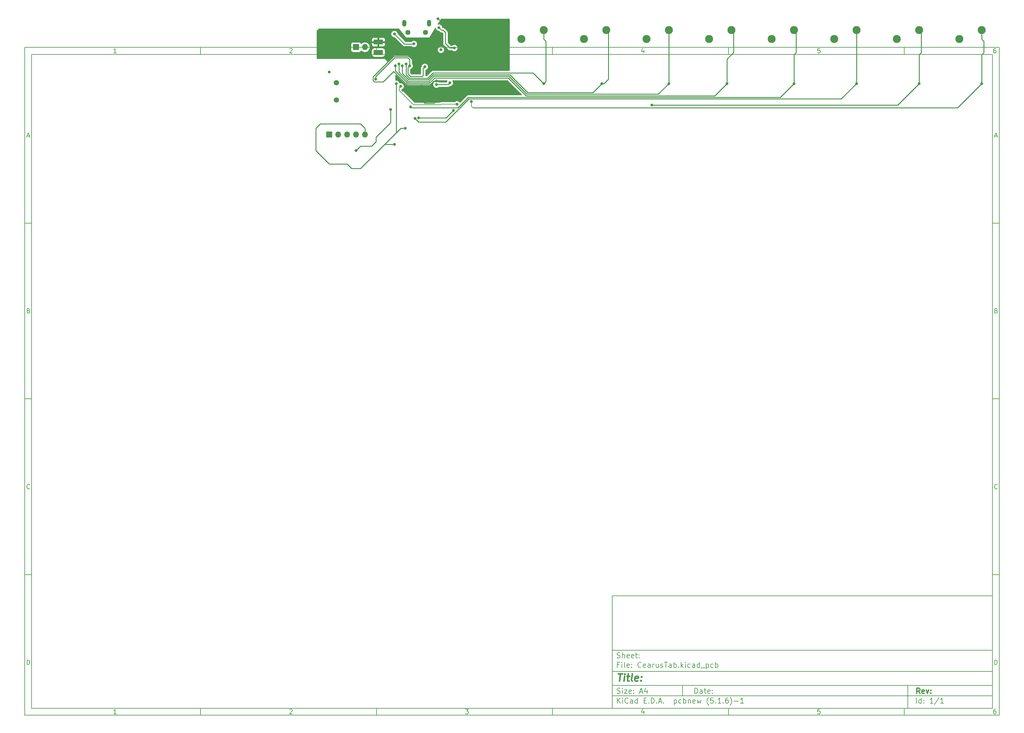
<source format=gbr>
%TF.GenerationSoftware,KiCad,Pcbnew,(5.1.6)-1*%
%TF.CreationDate,2021-02-12T14:30:02+03:00*%
%TF.ProjectId,CearusTab,43656172-7573-4546-9162-2e6b69636164,rev?*%
%TF.SameCoordinates,Original*%
%TF.FileFunction,Copper,L2,Bot*%
%TF.FilePolarity,Positive*%
%FSLAX46Y46*%
G04 Gerber Fmt 4.6, Leading zero omitted, Abs format (unit mm)*
G04 Created by KiCad (PCBNEW (5.1.6)-1) date 2021-02-12 14:30:02*
%MOMM*%
%LPD*%
G01*
G04 APERTURE LIST*
%ADD10C,0.100000*%
%ADD11C,0.150000*%
%ADD12C,0.300000*%
%ADD13C,0.400000*%
%TA.AperFunction,ComponentPad*%
%ADD14C,1.500000*%
%TD*%
%TA.AperFunction,ComponentPad*%
%ADD15O,1.700000X1.700000*%
%TD*%
%TA.AperFunction,ComponentPad*%
%ADD16R,1.700000X1.700000*%
%TD*%
%TA.AperFunction,ComponentPad*%
%ADD17C,2.286000*%
%TD*%
%TA.AperFunction,ComponentPad*%
%ADD18O,1.200000X1.900000*%
%TD*%
%TA.AperFunction,ComponentPad*%
%ADD19C,1.450000*%
%TD*%
%TA.AperFunction,ViaPad*%
%ADD20C,0.800000*%
%TD*%
%TA.AperFunction,Conductor*%
%ADD21C,0.250000*%
%TD*%
%TA.AperFunction,Conductor*%
%ADD22C,0.200000*%
%TD*%
%TA.AperFunction,Conductor*%
%ADD23C,0.254000*%
%TD*%
G04 APERTURE END LIST*
D10*
D11*
X177002200Y-166007200D02*
X177002200Y-198007200D01*
X285002200Y-198007200D01*
X285002200Y-166007200D01*
X177002200Y-166007200D01*
D10*
D11*
X10000000Y-10000000D02*
X10000000Y-200007200D01*
X287002200Y-200007200D01*
X287002200Y-10000000D01*
X10000000Y-10000000D01*
D10*
D11*
X12000000Y-12000000D02*
X12000000Y-198007200D01*
X285002200Y-198007200D01*
X285002200Y-12000000D01*
X12000000Y-12000000D01*
D10*
D11*
X60000000Y-12000000D02*
X60000000Y-10000000D01*
D10*
D11*
X110000000Y-12000000D02*
X110000000Y-10000000D01*
D10*
D11*
X160000000Y-12000000D02*
X160000000Y-10000000D01*
D10*
D11*
X210000000Y-12000000D02*
X210000000Y-10000000D01*
D10*
D11*
X260000000Y-12000000D02*
X260000000Y-10000000D01*
D10*
D11*
X36065476Y-11588095D02*
X35322619Y-11588095D01*
X35694047Y-11588095D02*
X35694047Y-10288095D01*
X35570238Y-10473809D01*
X35446428Y-10597619D01*
X35322619Y-10659523D01*
D10*
D11*
X85322619Y-10411904D02*
X85384523Y-10350000D01*
X85508333Y-10288095D01*
X85817857Y-10288095D01*
X85941666Y-10350000D01*
X86003571Y-10411904D01*
X86065476Y-10535714D01*
X86065476Y-10659523D01*
X86003571Y-10845238D01*
X85260714Y-11588095D01*
X86065476Y-11588095D01*
D10*
D11*
X135260714Y-10288095D02*
X136065476Y-10288095D01*
X135632142Y-10783333D01*
X135817857Y-10783333D01*
X135941666Y-10845238D01*
X136003571Y-10907142D01*
X136065476Y-11030952D01*
X136065476Y-11340476D01*
X136003571Y-11464285D01*
X135941666Y-11526190D01*
X135817857Y-11588095D01*
X135446428Y-11588095D01*
X135322619Y-11526190D01*
X135260714Y-11464285D01*
D10*
D11*
X185941666Y-10721428D02*
X185941666Y-11588095D01*
X185632142Y-10226190D02*
X185322619Y-11154761D01*
X186127380Y-11154761D01*
D10*
D11*
X236003571Y-10288095D02*
X235384523Y-10288095D01*
X235322619Y-10907142D01*
X235384523Y-10845238D01*
X235508333Y-10783333D01*
X235817857Y-10783333D01*
X235941666Y-10845238D01*
X236003571Y-10907142D01*
X236065476Y-11030952D01*
X236065476Y-11340476D01*
X236003571Y-11464285D01*
X235941666Y-11526190D01*
X235817857Y-11588095D01*
X235508333Y-11588095D01*
X235384523Y-11526190D01*
X235322619Y-11464285D01*
D10*
D11*
X285941666Y-10288095D02*
X285694047Y-10288095D01*
X285570238Y-10350000D01*
X285508333Y-10411904D01*
X285384523Y-10597619D01*
X285322619Y-10845238D01*
X285322619Y-11340476D01*
X285384523Y-11464285D01*
X285446428Y-11526190D01*
X285570238Y-11588095D01*
X285817857Y-11588095D01*
X285941666Y-11526190D01*
X286003571Y-11464285D01*
X286065476Y-11340476D01*
X286065476Y-11030952D01*
X286003571Y-10907142D01*
X285941666Y-10845238D01*
X285817857Y-10783333D01*
X285570238Y-10783333D01*
X285446428Y-10845238D01*
X285384523Y-10907142D01*
X285322619Y-11030952D01*
D10*
D11*
X60000000Y-198007200D02*
X60000000Y-200007200D01*
D10*
D11*
X110000000Y-198007200D02*
X110000000Y-200007200D01*
D10*
D11*
X160000000Y-198007200D02*
X160000000Y-200007200D01*
D10*
D11*
X210000000Y-198007200D02*
X210000000Y-200007200D01*
D10*
D11*
X260000000Y-198007200D02*
X260000000Y-200007200D01*
D10*
D11*
X36065476Y-199595295D02*
X35322619Y-199595295D01*
X35694047Y-199595295D02*
X35694047Y-198295295D01*
X35570238Y-198481009D01*
X35446428Y-198604819D01*
X35322619Y-198666723D01*
D10*
D11*
X85322619Y-198419104D02*
X85384523Y-198357200D01*
X85508333Y-198295295D01*
X85817857Y-198295295D01*
X85941666Y-198357200D01*
X86003571Y-198419104D01*
X86065476Y-198542914D01*
X86065476Y-198666723D01*
X86003571Y-198852438D01*
X85260714Y-199595295D01*
X86065476Y-199595295D01*
D10*
D11*
X135260714Y-198295295D02*
X136065476Y-198295295D01*
X135632142Y-198790533D01*
X135817857Y-198790533D01*
X135941666Y-198852438D01*
X136003571Y-198914342D01*
X136065476Y-199038152D01*
X136065476Y-199347676D01*
X136003571Y-199471485D01*
X135941666Y-199533390D01*
X135817857Y-199595295D01*
X135446428Y-199595295D01*
X135322619Y-199533390D01*
X135260714Y-199471485D01*
D10*
D11*
X185941666Y-198728628D02*
X185941666Y-199595295D01*
X185632142Y-198233390D02*
X185322619Y-199161961D01*
X186127380Y-199161961D01*
D10*
D11*
X236003571Y-198295295D02*
X235384523Y-198295295D01*
X235322619Y-198914342D01*
X235384523Y-198852438D01*
X235508333Y-198790533D01*
X235817857Y-198790533D01*
X235941666Y-198852438D01*
X236003571Y-198914342D01*
X236065476Y-199038152D01*
X236065476Y-199347676D01*
X236003571Y-199471485D01*
X235941666Y-199533390D01*
X235817857Y-199595295D01*
X235508333Y-199595295D01*
X235384523Y-199533390D01*
X235322619Y-199471485D01*
D10*
D11*
X285941666Y-198295295D02*
X285694047Y-198295295D01*
X285570238Y-198357200D01*
X285508333Y-198419104D01*
X285384523Y-198604819D01*
X285322619Y-198852438D01*
X285322619Y-199347676D01*
X285384523Y-199471485D01*
X285446428Y-199533390D01*
X285570238Y-199595295D01*
X285817857Y-199595295D01*
X285941666Y-199533390D01*
X286003571Y-199471485D01*
X286065476Y-199347676D01*
X286065476Y-199038152D01*
X286003571Y-198914342D01*
X285941666Y-198852438D01*
X285817857Y-198790533D01*
X285570238Y-198790533D01*
X285446428Y-198852438D01*
X285384523Y-198914342D01*
X285322619Y-199038152D01*
D10*
D11*
X10000000Y-60000000D02*
X12000000Y-60000000D01*
D10*
D11*
X10000000Y-110000000D02*
X12000000Y-110000000D01*
D10*
D11*
X10000000Y-160000000D02*
X12000000Y-160000000D01*
D10*
D11*
X10690476Y-35216666D02*
X11309523Y-35216666D01*
X10566666Y-35588095D02*
X11000000Y-34288095D01*
X11433333Y-35588095D01*
D10*
D11*
X11092857Y-84907142D02*
X11278571Y-84969047D01*
X11340476Y-85030952D01*
X11402380Y-85154761D01*
X11402380Y-85340476D01*
X11340476Y-85464285D01*
X11278571Y-85526190D01*
X11154761Y-85588095D01*
X10659523Y-85588095D01*
X10659523Y-84288095D01*
X11092857Y-84288095D01*
X11216666Y-84350000D01*
X11278571Y-84411904D01*
X11340476Y-84535714D01*
X11340476Y-84659523D01*
X11278571Y-84783333D01*
X11216666Y-84845238D01*
X11092857Y-84907142D01*
X10659523Y-84907142D01*
D10*
D11*
X11402380Y-135464285D02*
X11340476Y-135526190D01*
X11154761Y-135588095D01*
X11030952Y-135588095D01*
X10845238Y-135526190D01*
X10721428Y-135402380D01*
X10659523Y-135278571D01*
X10597619Y-135030952D01*
X10597619Y-134845238D01*
X10659523Y-134597619D01*
X10721428Y-134473809D01*
X10845238Y-134350000D01*
X11030952Y-134288095D01*
X11154761Y-134288095D01*
X11340476Y-134350000D01*
X11402380Y-134411904D01*
D10*
D11*
X10659523Y-185588095D02*
X10659523Y-184288095D01*
X10969047Y-184288095D01*
X11154761Y-184350000D01*
X11278571Y-184473809D01*
X11340476Y-184597619D01*
X11402380Y-184845238D01*
X11402380Y-185030952D01*
X11340476Y-185278571D01*
X11278571Y-185402380D01*
X11154761Y-185526190D01*
X10969047Y-185588095D01*
X10659523Y-185588095D01*
D10*
D11*
X287002200Y-60000000D02*
X285002200Y-60000000D01*
D10*
D11*
X287002200Y-110000000D02*
X285002200Y-110000000D01*
D10*
D11*
X287002200Y-160000000D02*
X285002200Y-160000000D01*
D10*
D11*
X285692676Y-35216666D02*
X286311723Y-35216666D01*
X285568866Y-35588095D02*
X286002200Y-34288095D01*
X286435533Y-35588095D01*
D10*
D11*
X286095057Y-84907142D02*
X286280771Y-84969047D01*
X286342676Y-85030952D01*
X286404580Y-85154761D01*
X286404580Y-85340476D01*
X286342676Y-85464285D01*
X286280771Y-85526190D01*
X286156961Y-85588095D01*
X285661723Y-85588095D01*
X285661723Y-84288095D01*
X286095057Y-84288095D01*
X286218866Y-84350000D01*
X286280771Y-84411904D01*
X286342676Y-84535714D01*
X286342676Y-84659523D01*
X286280771Y-84783333D01*
X286218866Y-84845238D01*
X286095057Y-84907142D01*
X285661723Y-84907142D01*
D10*
D11*
X286404580Y-135464285D02*
X286342676Y-135526190D01*
X286156961Y-135588095D01*
X286033152Y-135588095D01*
X285847438Y-135526190D01*
X285723628Y-135402380D01*
X285661723Y-135278571D01*
X285599819Y-135030952D01*
X285599819Y-134845238D01*
X285661723Y-134597619D01*
X285723628Y-134473809D01*
X285847438Y-134350000D01*
X286033152Y-134288095D01*
X286156961Y-134288095D01*
X286342676Y-134350000D01*
X286404580Y-134411904D01*
D10*
D11*
X285661723Y-185588095D02*
X285661723Y-184288095D01*
X285971247Y-184288095D01*
X286156961Y-184350000D01*
X286280771Y-184473809D01*
X286342676Y-184597619D01*
X286404580Y-184845238D01*
X286404580Y-185030952D01*
X286342676Y-185278571D01*
X286280771Y-185402380D01*
X286156961Y-185526190D01*
X285971247Y-185588095D01*
X285661723Y-185588095D01*
D10*
D11*
X200434342Y-193785771D02*
X200434342Y-192285771D01*
X200791485Y-192285771D01*
X201005771Y-192357200D01*
X201148628Y-192500057D01*
X201220057Y-192642914D01*
X201291485Y-192928628D01*
X201291485Y-193142914D01*
X201220057Y-193428628D01*
X201148628Y-193571485D01*
X201005771Y-193714342D01*
X200791485Y-193785771D01*
X200434342Y-193785771D01*
X202577200Y-193785771D02*
X202577200Y-193000057D01*
X202505771Y-192857200D01*
X202362914Y-192785771D01*
X202077200Y-192785771D01*
X201934342Y-192857200D01*
X202577200Y-193714342D02*
X202434342Y-193785771D01*
X202077200Y-193785771D01*
X201934342Y-193714342D01*
X201862914Y-193571485D01*
X201862914Y-193428628D01*
X201934342Y-193285771D01*
X202077200Y-193214342D01*
X202434342Y-193214342D01*
X202577200Y-193142914D01*
X203077200Y-192785771D02*
X203648628Y-192785771D01*
X203291485Y-192285771D02*
X203291485Y-193571485D01*
X203362914Y-193714342D01*
X203505771Y-193785771D01*
X203648628Y-193785771D01*
X204720057Y-193714342D02*
X204577200Y-193785771D01*
X204291485Y-193785771D01*
X204148628Y-193714342D01*
X204077200Y-193571485D01*
X204077200Y-193000057D01*
X204148628Y-192857200D01*
X204291485Y-192785771D01*
X204577200Y-192785771D01*
X204720057Y-192857200D01*
X204791485Y-193000057D01*
X204791485Y-193142914D01*
X204077200Y-193285771D01*
X205434342Y-193642914D02*
X205505771Y-193714342D01*
X205434342Y-193785771D01*
X205362914Y-193714342D01*
X205434342Y-193642914D01*
X205434342Y-193785771D01*
X205434342Y-192857200D02*
X205505771Y-192928628D01*
X205434342Y-193000057D01*
X205362914Y-192928628D01*
X205434342Y-192857200D01*
X205434342Y-193000057D01*
D10*
D11*
X177002200Y-194507200D02*
X285002200Y-194507200D01*
D10*
D11*
X178434342Y-196585771D02*
X178434342Y-195085771D01*
X179291485Y-196585771D02*
X178648628Y-195728628D01*
X179291485Y-195085771D02*
X178434342Y-195942914D01*
X179934342Y-196585771D02*
X179934342Y-195585771D01*
X179934342Y-195085771D02*
X179862914Y-195157200D01*
X179934342Y-195228628D01*
X180005771Y-195157200D01*
X179934342Y-195085771D01*
X179934342Y-195228628D01*
X181505771Y-196442914D02*
X181434342Y-196514342D01*
X181220057Y-196585771D01*
X181077200Y-196585771D01*
X180862914Y-196514342D01*
X180720057Y-196371485D01*
X180648628Y-196228628D01*
X180577200Y-195942914D01*
X180577200Y-195728628D01*
X180648628Y-195442914D01*
X180720057Y-195300057D01*
X180862914Y-195157200D01*
X181077200Y-195085771D01*
X181220057Y-195085771D01*
X181434342Y-195157200D01*
X181505771Y-195228628D01*
X182791485Y-196585771D02*
X182791485Y-195800057D01*
X182720057Y-195657200D01*
X182577200Y-195585771D01*
X182291485Y-195585771D01*
X182148628Y-195657200D01*
X182791485Y-196514342D02*
X182648628Y-196585771D01*
X182291485Y-196585771D01*
X182148628Y-196514342D01*
X182077200Y-196371485D01*
X182077200Y-196228628D01*
X182148628Y-196085771D01*
X182291485Y-196014342D01*
X182648628Y-196014342D01*
X182791485Y-195942914D01*
X184148628Y-196585771D02*
X184148628Y-195085771D01*
X184148628Y-196514342D02*
X184005771Y-196585771D01*
X183720057Y-196585771D01*
X183577200Y-196514342D01*
X183505771Y-196442914D01*
X183434342Y-196300057D01*
X183434342Y-195871485D01*
X183505771Y-195728628D01*
X183577200Y-195657200D01*
X183720057Y-195585771D01*
X184005771Y-195585771D01*
X184148628Y-195657200D01*
X186005771Y-195800057D02*
X186505771Y-195800057D01*
X186720057Y-196585771D02*
X186005771Y-196585771D01*
X186005771Y-195085771D01*
X186720057Y-195085771D01*
X187362914Y-196442914D02*
X187434342Y-196514342D01*
X187362914Y-196585771D01*
X187291485Y-196514342D01*
X187362914Y-196442914D01*
X187362914Y-196585771D01*
X188077200Y-196585771D02*
X188077200Y-195085771D01*
X188434342Y-195085771D01*
X188648628Y-195157200D01*
X188791485Y-195300057D01*
X188862914Y-195442914D01*
X188934342Y-195728628D01*
X188934342Y-195942914D01*
X188862914Y-196228628D01*
X188791485Y-196371485D01*
X188648628Y-196514342D01*
X188434342Y-196585771D01*
X188077200Y-196585771D01*
X189577200Y-196442914D02*
X189648628Y-196514342D01*
X189577200Y-196585771D01*
X189505771Y-196514342D01*
X189577200Y-196442914D01*
X189577200Y-196585771D01*
X190220057Y-196157200D02*
X190934342Y-196157200D01*
X190077200Y-196585771D02*
X190577200Y-195085771D01*
X191077200Y-196585771D01*
X191577200Y-196442914D02*
X191648628Y-196514342D01*
X191577200Y-196585771D01*
X191505771Y-196514342D01*
X191577200Y-196442914D01*
X191577200Y-196585771D01*
X194577200Y-195585771D02*
X194577200Y-197085771D01*
X194577200Y-195657200D02*
X194720057Y-195585771D01*
X195005771Y-195585771D01*
X195148628Y-195657200D01*
X195220057Y-195728628D01*
X195291485Y-195871485D01*
X195291485Y-196300057D01*
X195220057Y-196442914D01*
X195148628Y-196514342D01*
X195005771Y-196585771D01*
X194720057Y-196585771D01*
X194577200Y-196514342D01*
X196577200Y-196514342D02*
X196434342Y-196585771D01*
X196148628Y-196585771D01*
X196005771Y-196514342D01*
X195934342Y-196442914D01*
X195862914Y-196300057D01*
X195862914Y-195871485D01*
X195934342Y-195728628D01*
X196005771Y-195657200D01*
X196148628Y-195585771D01*
X196434342Y-195585771D01*
X196577200Y-195657200D01*
X197220057Y-196585771D02*
X197220057Y-195085771D01*
X197220057Y-195657200D02*
X197362914Y-195585771D01*
X197648628Y-195585771D01*
X197791485Y-195657200D01*
X197862914Y-195728628D01*
X197934342Y-195871485D01*
X197934342Y-196300057D01*
X197862914Y-196442914D01*
X197791485Y-196514342D01*
X197648628Y-196585771D01*
X197362914Y-196585771D01*
X197220057Y-196514342D01*
X198577200Y-195585771D02*
X198577200Y-196585771D01*
X198577200Y-195728628D02*
X198648628Y-195657200D01*
X198791485Y-195585771D01*
X199005771Y-195585771D01*
X199148628Y-195657200D01*
X199220057Y-195800057D01*
X199220057Y-196585771D01*
X200505771Y-196514342D02*
X200362914Y-196585771D01*
X200077200Y-196585771D01*
X199934342Y-196514342D01*
X199862914Y-196371485D01*
X199862914Y-195800057D01*
X199934342Y-195657200D01*
X200077200Y-195585771D01*
X200362914Y-195585771D01*
X200505771Y-195657200D01*
X200577200Y-195800057D01*
X200577200Y-195942914D01*
X199862914Y-196085771D01*
X201077200Y-195585771D02*
X201362914Y-196585771D01*
X201648628Y-195871485D01*
X201934342Y-196585771D01*
X202220057Y-195585771D01*
X204362914Y-197157200D02*
X204291485Y-197085771D01*
X204148628Y-196871485D01*
X204077200Y-196728628D01*
X204005771Y-196514342D01*
X203934342Y-196157200D01*
X203934342Y-195871485D01*
X204005771Y-195514342D01*
X204077200Y-195300057D01*
X204148628Y-195157200D01*
X204291485Y-194942914D01*
X204362914Y-194871485D01*
X205648628Y-195085771D02*
X204934342Y-195085771D01*
X204862914Y-195800057D01*
X204934342Y-195728628D01*
X205077200Y-195657200D01*
X205434342Y-195657200D01*
X205577200Y-195728628D01*
X205648628Y-195800057D01*
X205720057Y-195942914D01*
X205720057Y-196300057D01*
X205648628Y-196442914D01*
X205577200Y-196514342D01*
X205434342Y-196585771D01*
X205077200Y-196585771D01*
X204934342Y-196514342D01*
X204862914Y-196442914D01*
X206362914Y-196442914D02*
X206434342Y-196514342D01*
X206362914Y-196585771D01*
X206291485Y-196514342D01*
X206362914Y-196442914D01*
X206362914Y-196585771D01*
X207862914Y-196585771D02*
X207005771Y-196585771D01*
X207434342Y-196585771D02*
X207434342Y-195085771D01*
X207291485Y-195300057D01*
X207148628Y-195442914D01*
X207005771Y-195514342D01*
X208505771Y-196442914D02*
X208577200Y-196514342D01*
X208505771Y-196585771D01*
X208434342Y-196514342D01*
X208505771Y-196442914D01*
X208505771Y-196585771D01*
X209862914Y-195085771D02*
X209577200Y-195085771D01*
X209434342Y-195157200D01*
X209362914Y-195228628D01*
X209220057Y-195442914D01*
X209148628Y-195728628D01*
X209148628Y-196300057D01*
X209220057Y-196442914D01*
X209291485Y-196514342D01*
X209434342Y-196585771D01*
X209720057Y-196585771D01*
X209862914Y-196514342D01*
X209934342Y-196442914D01*
X210005771Y-196300057D01*
X210005771Y-195942914D01*
X209934342Y-195800057D01*
X209862914Y-195728628D01*
X209720057Y-195657200D01*
X209434342Y-195657200D01*
X209291485Y-195728628D01*
X209220057Y-195800057D01*
X209148628Y-195942914D01*
X210505771Y-197157200D02*
X210577200Y-197085771D01*
X210720057Y-196871485D01*
X210791485Y-196728628D01*
X210862914Y-196514342D01*
X210934342Y-196157200D01*
X210934342Y-195871485D01*
X210862914Y-195514342D01*
X210791485Y-195300057D01*
X210720057Y-195157200D01*
X210577200Y-194942914D01*
X210505771Y-194871485D01*
X211648628Y-196014342D02*
X212791485Y-196014342D01*
X214291485Y-196585771D02*
X213434342Y-196585771D01*
X213862914Y-196585771D02*
X213862914Y-195085771D01*
X213720057Y-195300057D01*
X213577200Y-195442914D01*
X213434342Y-195514342D01*
D10*
D11*
X177002200Y-191507200D02*
X285002200Y-191507200D01*
D10*
D12*
X264411485Y-193785771D02*
X263911485Y-193071485D01*
X263554342Y-193785771D02*
X263554342Y-192285771D01*
X264125771Y-192285771D01*
X264268628Y-192357200D01*
X264340057Y-192428628D01*
X264411485Y-192571485D01*
X264411485Y-192785771D01*
X264340057Y-192928628D01*
X264268628Y-193000057D01*
X264125771Y-193071485D01*
X263554342Y-193071485D01*
X265625771Y-193714342D02*
X265482914Y-193785771D01*
X265197200Y-193785771D01*
X265054342Y-193714342D01*
X264982914Y-193571485D01*
X264982914Y-193000057D01*
X265054342Y-192857200D01*
X265197200Y-192785771D01*
X265482914Y-192785771D01*
X265625771Y-192857200D01*
X265697200Y-193000057D01*
X265697200Y-193142914D01*
X264982914Y-193285771D01*
X266197200Y-192785771D02*
X266554342Y-193785771D01*
X266911485Y-192785771D01*
X267482914Y-193642914D02*
X267554342Y-193714342D01*
X267482914Y-193785771D01*
X267411485Y-193714342D01*
X267482914Y-193642914D01*
X267482914Y-193785771D01*
X267482914Y-192857200D02*
X267554342Y-192928628D01*
X267482914Y-193000057D01*
X267411485Y-192928628D01*
X267482914Y-192857200D01*
X267482914Y-193000057D01*
D10*
D11*
X178362914Y-193714342D02*
X178577200Y-193785771D01*
X178934342Y-193785771D01*
X179077200Y-193714342D01*
X179148628Y-193642914D01*
X179220057Y-193500057D01*
X179220057Y-193357200D01*
X179148628Y-193214342D01*
X179077200Y-193142914D01*
X178934342Y-193071485D01*
X178648628Y-193000057D01*
X178505771Y-192928628D01*
X178434342Y-192857200D01*
X178362914Y-192714342D01*
X178362914Y-192571485D01*
X178434342Y-192428628D01*
X178505771Y-192357200D01*
X178648628Y-192285771D01*
X179005771Y-192285771D01*
X179220057Y-192357200D01*
X179862914Y-193785771D02*
X179862914Y-192785771D01*
X179862914Y-192285771D02*
X179791485Y-192357200D01*
X179862914Y-192428628D01*
X179934342Y-192357200D01*
X179862914Y-192285771D01*
X179862914Y-192428628D01*
X180434342Y-192785771D02*
X181220057Y-192785771D01*
X180434342Y-193785771D01*
X181220057Y-193785771D01*
X182362914Y-193714342D02*
X182220057Y-193785771D01*
X181934342Y-193785771D01*
X181791485Y-193714342D01*
X181720057Y-193571485D01*
X181720057Y-193000057D01*
X181791485Y-192857200D01*
X181934342Y-192785771D01*
X182220057Y-192785771D01*
X182362914Y-192857200D01*
X182434342Y-193000057D01*
X182434342Y-193142914D01*
X181720057Y-193285771D01*
X183077200Y-193642914D02*
X183148628Y-193714342D01*
X183077200Y-193785771D01*
X183005771Y-193714342D01*
X183077200Y-193642914D01*
X183077200Y-193785771D01*
X183077200Y-192857200D02*
X183148628Y-192928628D01*
X183077200Y-193000057D01*
X183005771Y-192928628D01*
X183077200Y-192857200D01*
X183077200Y-193000057D01*
X184862914Y-193357200D02*
X185577200Y-193357200D01*
X184720057Y-193785771D02*
X185220057Y-192285771D01*
X185720057Y-193785771D01*
X186862914Y-192785771D02*
X186862914Y-193785771D01*
X186505771Y-192214342D02*
X186148628Y-193285771D01*
X187077200Y-193285771D01*
D10*
D11*
X263434342Y-196585771D02*
X263434342Y-195085771D01*
X264791485Y-196585771D02*
X264791485Y-195085771D01*
X264791485Y-196514342D02*
X264648628Y-196585771D01*
X264362914Y-196585771D01*
X264220057Y-196514342D01*
X264148628Y-196442914D01*
X264077200Y-196300057D01*
X264077200Y-195871485D01*
X264148628Y-195728628D01*
X264220057Y-195657200D01*
X264362914Y-195585771D01*
X264648628Y-195585771D01*
X264791485Y-195657200D01*
X265505771Y-196442914D02*
X265577200Y-196514342D01*
X265505771Y-196585771D01*
X265434342Y-196514342D01*
X265505771Y-196442914D01*
X265505771Y-196585771D01*
X265505771Y-195657200D02*
X265577200Y-195728628D01*
X265505771Y-195800057D01*
X265434342Y-195728628D01*
X265505771Y-195657200D01*
X265505771Y-195800057D01*
X268148628Y-196585771D02*
X267291485Y-196585771D01*
X267720057Y-196585771D02*
X267720057Y-195085771D01*
X267577200Y-195300057D01*
X267434342Y-195442914D01*
X267291485Y-195514342D01*
X269862914Y-195014342D02*
X268577200Y-196942914D01*
X271148628Y-196585771D02*
X270291485Y-196585771D01*
X270720057Y-196585771D02*
X270720057Y-195085771D01*
X270577200Y-195300057D01*
X270434342Y-195442914D01*
X270291485Y-195514342D01*
D10*
D11*
X177002200Y-187507200D02*
X285002200Y-187507200D01*
D10*
D13*
X178714580Y-188211961D02*
X179857438Y-188211961D01*
X179036009Y-190211961D02*
X179286009Y-188211961D01*
X180274104Y-190211961D02*
X180440771Y-188878628D01*
X180524104Y-188211961D02*
X180416961Y-188307200D01*
X180500295Y-188402438D01*
X180607438Y-188307200D01*
X180524104Y-188211961D01*
X180500295Y-188402438D01*
X181107438Y-188878628D02*
X181869342Y-188878628D01*
X181476485Y-188211961D02*
X181262200Y-189926247D01*
X181333628Y-190116723D01*
X181512200Y-190211961D01*
X181702676Y-190211961D01*
X182655057Y-190211961D02*
X182476485Y-190116723D01*
X182405057Y-189926247D01*
X182619342Y-188211961D01*
X184190771Y-190116723D02*
X183988390Y-190211961D01*
X183607438Y-190211961D01*
X183428866Y-190116723D01*
X183357438Y-189926247D01*
X183452676Y-189164342D01*
X183571723Y-188973866D01*
X183774104Y-188878628D01*
X184155057Y-188878628D01*
X184333628Y-188973866D01*
X184405057Y-189164342D01*
X184381247Y-189354819D01*
X183405057Y-189545295D01*
X185155057Y-190021485D02*
X185238390Y-190116723D01*
X185131247Y-190211961D01*
X185047914Y-190116723D01*
X185155057Y-190021485D01*
X185131247Y-190211961D01*
X185286009Y-188973866D02*
X185369342Y-189069104D01*
X185262200Y-189164342D01*
X185178866Y-189069104D01*
X185286009Y-188973866D01*
X185262200Y-189164342D01*
D10*
D11*
X178934342Y-185600057D02*
X178434342Y-185600057D01*
X178434342Y-186385771D02*
X178434342Y-184885771D01*
X179148628Y-184885771D01*
X179720057Y-186385771D02*
X179720057Y-185385771D01*
X179720057Y-184885771D02*
X179648628Y-184957200D01*
X179720057Y-185028628D01*
X179791485Y-184957200D01*
X179720057Y-184885771D01*
X179720057Y-185028628D01*
X180648628Y-186385771D02*
X180505771Y-186314342D01*
X180434342Y-186171485D01*
X180434342Y-184885771D01*
X181791485Y-186314342D02*
X181648628Y-186385771D01*
X181362914Y-186385771D01*
X181220057Y-186314342D01*
X181148628Y-186171485D01*
X181148628Y-185600057D01*
X181220057Y-185457200D01*
X181362914Y-185385771D01*
X181648628Y-185385771D01*
X181791485Y-185457200D01*
X181862914Y-185600057D01*
X181862914Y-185742914D01*
X181148628Y-185885771D01*
X182505771Y-186242914D02*
X182577200Y-186314342D01*
X182505771Y-186385771D01*
X182434342Y-186314342D01*
X182505771Y-186242914D01*
X182505771Y-186385771D01*
X182505771Y-185457200D02*
X182577200Y-185528628D01*
X182505771Y-185600057D01*
X182434342Y-185528628D01*
X182505771Y-185457200D01*
X182505771Y-185600057D01*
X185220057Y-186242914D02*
X185148628Y-186314342D01*
X184934342Y-186385771D01*
X184791485Y-186385771D01*
X184577200Y-186314342D01*
X184434342Y-186171485D01*
X184362914Y-186028628D01*
X184291485Y-185742914D01*
X184291485Y-185528628D01*
X184362914Y-185242914D01*
X184434342Y-185100057D01*
X184577200Y-184957200D01*
X184791485Y-184885771D01*
X184934342Y-184885771D01*
X185148628Y-184957200D01*
X185220057Y-185028628D01*
X186434342Y-186314342D02*
X186291485Y-186385771D01*
X186005771Y-186385771D01*
X185862914Y-186314342D01*
X185791485Y-186171485D01*
X185791485Y-185600057D01*
X185862914Y-185457200D01*
X186005771Y-185385771D01*
X186291485Y-185385771D01*
X186434342Y-185457200D01*
X186505771Y-185600057D01*
X186505771Y-185742914D01*
X185791485Y-185885771D01*
X187791485Y-186385771D02*
X187791485Y-185600057D01*
X187720057Y-185457200D01*
X187577200Y-185385771D01*
X187291485Y-185385771D01*
X187148628Y-185457200D01*
X187791485Y-186314342D02*
X187648628Y-186385771D01*
X187291485Y-186385771D01*
X187148628Y-186314342D01*
X187077200Y-186171485D01*
X187077200Y-186028628D01*
X187148628Y-185885771D01*
X187291485Y-185814342D01*
X187648628Y-185814342D01*
X187791485Y-185742914D01*
X188505771Y-186385771D02*
X188505771Y-185385771D01*
X188505771Y-185671485D02*
X188577200Y-185528628D01*
X188648628Y-185457200D01*
X188791485Y-185385771D01*
X188934342Y-185385771D01*
X190077200Y-185385771D02*
X190077200Y-186385771D01*
X189434342Y-185385771D02*
X189434342Y-186171485D01*
X189505771Y-186314342D01*
X189648628Y-186385771D01*
X189862914Y-186385771D01*
X190005771Y-186314342D01*
X190077200Y-186242914D01*
X190720057Y-186314342D02*
X190862914Y-186385771D01*
X191148628Y-186385771D01*
X191291485Y-186314342D01*
X191362914Y-186171485D01*
X191362914Y-186100057D01*
X191291485Y-185957200D01*
X191148628Y-185885771D01*
X190934342Y-185885771D01*
X190791485Y-185814342D01*
X190720057Y-185671485D01*
X190720057Y-185600057D01*
X190791485Y-185457200D01*
X190934342Y-185385771D01*
X191148628Y-185385771D01*
X191291485Y-185457200D01*
X191791485Y-184885771D02*
X192648628Y-184885771D01*
X192220057Y-186385771D02*
X192220057Y-184885771D01*
X193791485Y-186385771D02*
X193791485Y-185600057D01*
X193720057Y-185457200D01*
X193577200Y-185385771D01*
X193291485Y-185385771D01*
X193148628Y-185457200D01*
X193791485Y-186314342D02*
X193648628Y-186385771D01*
X193291485Y-186385771D01*
X193148628Y-186314342D01*
X193077200Y-186171485D01*
X193077200Y-186028628D01*
X193148628Y-185885771D01*
X193291485Y-185814342D01*
X193648628Y-185814342D01*
X193791485Y-185742914D01*
X194505771Y-186385771D02*
X194505771Y-184885771D01*
X194505771Y-185457200D02*
X194648628Y-185385771D01*
X194934342Y-185385771D01*
X195077200Y-185457200D01*
X195148628Y-185528628D01*
X195220057Y-185671485D01*
X195220057Y-186100057D01*
X195148628Y-186242914D01*
X195077200Y-186314342D01*
X194934342Y-186385771D01*
X194648628Y-186385771D01*
X194505771Y-186314342D01*
X195862914Y-186242914D02*
X195934342Y-186314342D01*
X195862914Y-186385771D01*
X195791485Y-186314342D01*
X195862914Y-186242914D01*
X195862914Y-186385771D01*
X196577200Y-186385771D02*
X196577200Y-184885771D01*
X196720057Y-185814342D02*
X197148628Y-186385771D01*
X197148628Y-185385771D02*
X196577200Y-185957200D01*
X197791485Y-186385771D02*
X197791485Y-185385771D01*
X197791485Y-184885771D02*
X197720057Y-184957200D01*
X197791485Y-185028628D01*
X197862914Y-184957200D01*
X197791485Y-184885771D01*
X197791485Y-185028628D01*
X199148628Y-186314342D02*
X199005771Y-186385771D01*
X198720057Y-186385771D01*
X198577200Y-186314342D01*
X198505771Y-186242914D01*
X198434342Y-186100057D01*
X198434342Y-185671485D01*
X198505771Y-185528628D01*
X198577200Y-185457200D01*
X198720057Y-185385771D01*
X199005771Y-185385771D01*
X199148628Y-185457200D01*
X200434342Y-186385771D02*
X200434342Y-185600057D01*
X200362914Y-185457200D01*
X200220057Y-185385771D01*
X199934342Y-185385771D01*
X199791485Y-185457200D01*
X200434342Y-186314342D02*
X200291485Y-186385771D01*
X199934342Y-186385771D01*
X199791485Y-186314342D01*
X199720057Y-186171485D01*
X199720057Y-186028628D01*
X199791485Y-185885771D01*
X199934342Y-185814342D01*
X200291485Y-185814342D01*
X200434342Y-185742914D01*
X201791485Y-186385771D02*
X201791485Y-184885771D01*
X201791485Y-186314342D02*
X201648628Y-186385771D01*
X201362914Y-186385771D01*
X201220057Y-186314342D01*
X201148628Y-186242914D01*
X201077200Y-186100057D01*
X201077200Y-185671485D01*
X201148628Y-185528628D01*
X201220057Y-185457200D01*
X201362914Y-185385771D01*
X201648628Y-185385771D01*
X201791485Y-185457200D01*
X202148628Y-186528628D02*
X203291485Y-186528628D01*
X203648628Y-185385771D02*
X203648628Y-186885771D01*
X203648628Y-185457200D02*
X203791485Y-185385771D01*
X204077200Y-185385771D01*
X204220057Y-185457200D01*
X204291485Y-185528628D01*
X204362914Y-185671485D01*
X204362914Y-186100057D01*
X204291485Y-186242914D01*
X204220057Y-186314342D01*
X204077200Y-186385771D01*
X203791485Y-186385771D01*
X203648628Y-186314342D01*
X205648628Y-186314342D02*
X205505771Y-186385771D01*
X205220057Y-186385771D01*
X205077200Y-186314342D01*
X205005771Y-186242914D01*
X204934342Y-186100057D01*
X204934342Y-185671485D01*
X205005771Y-185528628D01*
X205077200Y-185457200D01*
X205220057Y-185385771D01*
X205505771Y-185385771D01*
X205648628Y-185457200D01*
X206291485Y-186385771D02*
X206291485Y-184885771D01*
X206291485Y-185457200D02*
X206434342Y-185385771D01*
X206720057Y-185385771D01*
X206862914Y-185457200D01*
X206934342Y-185528628D01*
X207005771Y-185671485D01*
X207005771Y-186100057D01*
X206934342Y-186242914D01*
X206862914Y-186314342D01*
X206720057Y-186385771D01*
X206434342Y-186385771D01*
X206291485Y-186314342D01*
D10*
D11*
X177002200Y-181507200D02*
X285002200Y-181507200D01*
D10*
D11*
X178362914Y-183614342D02*
X178577200Y-183685771D01*
X178934342Y-183685771D01*
X179077200Y-183614342D01*
X179148628Y-183542914D01*
X179220057Y-183400057D01*
X179220057Y-183257200D01*
X179148628Y-183114342D01*
X179077200Y-183042914D01*
X178934342Y-182971485D01*
X178648628Y-182900057D01*
X178505771Y-182828628D01*
X178434342Y-182757200D01*
X178362914Y-182614342D01*
X178362914Y-182471485D01*
X178434342Y-182328628D01*
X178505771Y-182257200D01*
X178648628Y-182185771D01*
X179005771Y-182185771D01*
X179220057Y-182257200D01*
X179862914Y-183685771D02*
X179862914Y-182185771D01*
X180505771Y-183685771D02*
X180505771Y-182900057D01*
X180434342Y-182757200D01*
X180291485Y-182685771D01*
X180077200Y-182685771D01*
X179934342Y-182757200D01*
X179862914Y-182828628D01*
X181791485Y-183614342D02*
X181648628Y-183685771D01*
X181362914Y-183685771D01*
X181220057Y-183614342D01*
X181148628Y-183471485D01*
X181148628Y-182900057D01*
X181220057Y-182757200D01*
X181362914Y-182685771D01*
X181648628Y-182685771D01*
X181791485Y-182757200D01*
X181862914Y-182900057D01*
X181862914Y-183042914D01*
X181148628Y-183185771D01*
X183077200Y-183614342D02*
X182934342Y-183685771D01*
X182648628Y-183685771D01*
X182505771Y-183614342D01*
X182434342Y-183471485D01*
X182434342Y-182900057D01*
X182505771Y-182757200D01*
X182648628Y-182685771D01*
X182934342Y-182685771D01*
X183077200Y-182757200D01*
X183148628Y-182900057D01*
X183148628Y-183042914D01*
X182434342Y-183185771D01*
X183577200Y-182685771D02*
X184148628Y-182685771D01*
X183791485Y-182185771D02*
X183791485Y-183471485D01*
X183862914Y-183614342D01*
X184005771Y-183685771D01*
X184148628Y-183685771D01*
X184648628Y-183542914D02*
X184720057Y-183614342D01*
X184648628Y-183685771D01*
X184577200Y-183614342D01*
X184648628Y-183542914D01*
X184648628Y-183685771D01*
X184648628Y-182757200D02*
X184720057Y-182828628D01*
X184648628Y-182900057D01*
X184577200Y-182828628D01*
X184648628Y-182757200D01*
X184648628Y-182900057D01*
D10*
D11*
X197002200Y-191507200D02*
X197002200Y-194507200D01*
D10*
D11*
X261002200Y-191507200D02*
X261002200Y-198007200D01*
D14*
%TO.P,Y1,2*%
%TO.N,xtal1*%
X98552000Y-24946000D03*
%TO.P,Y1,1*%
%TO.N,xtal2*%
X98552000Y-20066000D03*
%TD*%
D15*
%TO.P,usb_boot1,2*%
%TO.N,Net-(R7-Pad2)*%
X106680000Y-9906000D03*
D16*
%TO.P,usb_boot1,1*%
%TO.N,Net-(U2-Pad33)*%
X104140000Y-9906000D03*
%TD*%
D17*
%TO.P,SW8,1*%
%TO.N,8*%
X281940000Y-5080000D03*
%TO.P,SW8,2*%
%TO.N,Unfiltered*%
X275590000Y-7620000D03*
%TD*%
%TO.P,SW7,1*%
%TO.N,7*%
X264160000Y-5080000D03*
%TO.P,SW7,2*%
%TO.N,Unfiltered*%
X257810000Y-7620000D03*
%TD*%
%TO.P,SW6,1*%
%TO.N,6*%
X246380000Y-5080000D03*
%TO.P,SW6,2*%
%TO.N,Unfiltered*%
X240030000Y-7620000D03*
%TD*%
%TO.P,SW5,1*%
%TO.N,5*%
X228600000Y-5080000D03*
%TO.P,SW5,2*%
%TO.N,Unfiltered*%
X222250000Y-7620000D03*
%TD*%
%TO.P,SW4,1*%
%TO.N,4*%
X210820000Y-5080000D03*
%TO.P,SW4,2*%
%TO.N,Unfiltered*%
X204470000Y-7620000D03*
%TD*%
%TO.P,SW3,1*%
%TO.N,3*%
X193040000Y-5080000D03*
%TO.P,SW3,2*%
%TO.N,Unfiltered*%
X186690000Y-7620000D03*
%TD*%
%TO.P,SW2,1*%
%TO.N,2*%
X175260000Y-5080000D03*
%TO.P,SW2,2*%
%TO.N,Unfiltered*%
X168910000Y-7620000D03*
%TD*%
%TO.P,SW1,1*%
%TO.N,1*%
X157480000Y-5080000D03*
%TO.P,SW1,2*%
%TO.N,Unfiltered*%
X151130000Y-7620000D03*
%TD*%
D15*
%TO.P,J2,5*%
%TO.N,rst*%
X106680000Y-34798000D03*
%TO.P,J2,4*%
%TO.N,TX*%
X104140000Y-34798000D03*
%TO.P,J2,3*%
%TO.N,RX*%
X101600000Y-34798000D03*
%TO.P,J2,2*%
%TO.N,SDA*%
X99060000Y-34798000D03*
D16*
%TO.P,J2,1*%
%TO.N,SCL*%
X96520000Y-34798000D03*
%TD*%
D18*
%TO.P,J1,6*%
%TO.N,GND*%
X117912000Y-3080500D03*
X124912000Y-3080500D03*
D19*
X118912000Y-5780500D03*
X123912000Y-5780500D03*
%TD*%
%TO.P,C4,2*%
%TO.N,GND*%
%TA.AperFunction,SMDPad,CuDef*%
G36*
G01*
X111565000Y-9167500D02*
X109415000Y-9167500D01*
G75*
G02*
X109165000Y-8917500I0J250000D01*
G01*
X109165000Y-7992500D01*
G75*
G02*
X109415000Y-7742500I250000J0D01*
G01*
X111565000Y-7742500D01*
G75*
G02*
X111815000Y-7992500I0J-250000D01*
G01*
X111815000Y-8917500D01*
G75*
G02*
X111565000Y-9167500I-250000J0D01*
G01*
G37*
%TD.AperFunction*%
%TO.P,C4,1*%
%TO.N,Net-(C4-Pad1)*%
%TA.AperFunction,SMDPad,CuDef*%
G36*
G01*
X111565000Y-12142500D02*
X109415000Y-12142500D01*
G75*
G02*
X109165000Y-11892500I0J250000D01*
G01*
X109165000Y-10967500D01*
G75*
G02*
X109415000Y-10717500I250000J0D01*
G01*
X111565000Y-10717500D01*
G75*
G02*
X111815000Y-10967500I0J-250000D01*
G01*
X111815000Y-11892500D01*
G75*
G02*
X111565000Y-12142500I-250000J0D01*
G01*
G37*
%TD.AperFunction*%
%TD*%
D20*
%TO.N,*%
X96520000Y-17018000D03*
%TO.N,GND*%
X130810000Y-23114000D03*
X110490000Y-8890000D03*
X127000000Y-19558000D03*
X127000000Y-25146000D03*
X117440000Y-22190000D03*
X127456510Y-1829490D03*
X137265000Y-11370000D03*
X120650000Y-13970000D03*
%TO.N,VBUS*%
X132080000Y-10160000D03*
X127724499Y-4355501D03*
%TO.N,Unfiltered*%
X119380000Y-15240000D03*
X123698000Y-15494000D03*
X128270000Y-10668000D03*
X109723845Y-19054155D03*
%TO.N,Net-(C3-Pad1)*%
X130810000Y-20066000D03*
X127000000Y-20574000D03*
%TO.N,Net-(C4-Pad1)*%
X110490000Y-11430000D03*
%TO.N,Net-(C7-Pad1)*%
X115062000Y-6146800D03*
X120573800Y-8991600D03*
%TO.N,rst*%
X115062000Y-37592000D03*
X118110000Y-33020000D03*
X115570000Y-20320000D03*
%TO.N,Net-(R5-Pad2)*%
X104140000Y-39370000D03*
X114032000Y-27672000D03*
%TO.N,1*%
X157480000Y-20320000D03*
X118364000Y-14732000D03*
%TO.N,2*%
X173990000Y-20320000D03*
X117332000Y-15256000D03*
%TO.N,3*%
X193040000Y-20320000D03*
X116332000Y-14732000D03*
%TO.N,4*%
X209550000Y-20320000D03*
X115316000Y-15240000D03*
%TO.N,5*%
X228600000Y-20320000D03*
X119634000Y-26924000D03*
%TO.N,6*%
X246380000Y-20320000D03*
X120904000Y-30226000D03*
%TO.N,7*%
X264160000Y-20320000D03*
X121920000Y-30066000D03*
X131826000Y-27940000D03*
X188214000Y-26416000D03*
%TO.N,8*%
X281940000Y-20320000D03*
X116840000Y-21082000D03*
X132842000Y-26162000D03*
X136906000Y-25400000D03*
%TD*%
D21*
%TO.N,GND*%
X127000000Y-25146000D02*
X127000000Y-25146000D01*
X127000000Y-19558000D02*
X126243640Y-19558000D01*
X126243640Y-19558000D02*
X125205602Y-20596036D01*
X125205602Y-20596036D02*
X122913964Y-20596036D01*
X122913964Y-20596036D02*
X122428000Y-21082000D01*
X122428000Y-21082000D02*
X122428000Y-24638000D01*
X122428000Y-24638000D02*
X123698000Y-25908000D01*
X126238000Y-25908000D02*
X127000000Y-25146000D01*
X123698000Y-25908000D02*
X126238000Y-25908000D01*
X128778000Y-25146000D02*
X130810000Y-23114000D01*
X127000000Y-25146000D02*
X128778000Y-25146000D01*
X118548000Y-21082000D02*
X117440000Y-22190000D01*
X122428000Y-21082000D02*
X122428000Y-21082000D01*
X127456510Y-1829490D02*
X129794000Y-4166980D01*
X129794000Y-4166980D02*
X131166980Y-4166980D01*
X137265000Y-10265000D02*
X137265000Y-11370000D01*
X131166980Y-4166980D02*
X137265000Y-10265000D01*
X122428000Y-21082000D02*
X118548000Y-21082000D01*
X114865991Y-16827627D02*
X118634403Y-20596037D01*
X111914462Y-19779156D02*
X114865991Y-16827627D01*
X109375844Y-19779156D02*
X111914462Y-19779156D01*
X126434315Y-19558000D02*
X127000000Y-19558000D01*
X118634403Y-20596037D02*
X125396278Y-20596037D01*
X108998844Y-19402156D02*
X109375844Y-19779156D01*
X108998844Y-18380746D02*
X108998844Y-19402156D01*
X114875599Y-12503991D02*
X108998844Y-18380746D01*
X119183991Y-12503991D02*
X114875599Y-12503991D01*
X125396278Y-20596037D02*
X126434315Y-19558000D01*
X120650000Y-13970000D02*
X119183991Y-12503991D01*
%TO.N,VBUS*%
X127724499Y-4355501D02*
X128448998Y-5080000D01*
X128448998Y-5080000D02*
X128905000Y-5080000D01*
X128905000Y-5080000D02*
X129540000Y-5715000D01*
X129540000Y-5715000D02*
X129540000Y-8890000D01*
X129540000Y-8890000D02*
X130810000Y-10160000D01*
X130810000Y-10160000D02*
X132080000Y-10160000D01*
%TO.N,Unfiltered*%
X119380000Y-15240000D02*
X118872000Y-15748000D01*
X118872000Y-15748000D02*
X118872000Y-17526000D01*
X118872000Y-17526000D02*
X119634000Y-18288000D01*
X119634000Y-18288000D02*
X122682000Y-18288000D01*
X122682000Y-18288000D02*
X122936000Y-18288000D01*
X122936000Y-18288000D02*
X123190000Y-18034000D01*
X123190000Y-18034000D02*
X123190000Y-16002000D01*
X123190000Y-16002000D02*
X123698000Y-15494000D01*
X123698000Y-15494000D02*
X123698000Y-15494000D01*
X109723845Y-18292155D02*
X109723845Y-19054155D01*
X115062000Y-12954000D02*
X109723845Y-18292155D01*
X118872000Y-12954000D02*
X115062000Y-12954000D01*
X119380000Y-15240000D02*
X119380000Y-13462000D01*
X119380000Y-13462000D02*
X118872000Y-12954000D01*
%TO.N,Net-(C3-Pad1)*%
X130302000Y-20574000D02*
X130810000Y-20066000D01*
X127000000Y-20574000D02*
X130302000Y-20574000D01*
%TO.N,Net-(C7-Pad1)*%
X115062000Y-6146800D02*
X117919500Y-9004300D01*
X120561100Y-9004300D02*
X120573800Y-8991600D01*
X117919500Y-9004300D02*
X120561100Y-9004300D01*
%TO.N,rst*%
X106680000Y-34798000D02*
X106680000Y-33020000D01*
X106680000Y-33020000D02*
X105410000Y-31750000D01*
X105410000Y-31750000D02*
X97282998Y-31750000D01*
X97282998Y-31750000D02*
X93980000Y-31750000D01*
X93980000Y-31750000D02*
X92710000Y-33020000D01*
X92710000Y-33020000D02*
X92710000Y-33273002D01*
X92710000Y-33273002D02*
X92710000Y-39370000D01*
X92710000Y-39370000D02*
X96520000Y-43180000D01*
X96520000Y-43180000D02*
X101600000Y-43180000D01*
X101600000Y-43180000D02*
X102870000Y-44450000D01*
X102870000Y-44450000D02*
X105410000Y-44450000D01*
X115570000Y-34290000D02*
X115570000Y-20320000D01*
X115570000Y-20320000D02*
X115570000Y-20320000D01*
X118110000Y-33020000D02*
X116840000Y-33020000D01*
X116840000Y-33020000D02*
X115570000Y-34290000D01*
X112268000Y-37592000D02*
X115062000Y-37592000D01*
X112268000Y-37592000D02*
X115570000Y-34290000D01*
X105410000Y-44450000D02*
X112268000Y-37592000D01*
%TO.N,Net-(R5-Pad2)*%
X105410000Y-38100000D02*
X104140000Y-39370000D01*
X114032000Y-31383000D02*
X109855000Y-35560000D01*
X114032000Y-27672000D02*
X114032000Y-31383000D01*
X108585000Y-38100000D02*
X105410000Y-38100000D01*
X109855000Y-35560000D02*
X109855000Y-36830000D01*
X109855000Y-36830000D02*
X108585000Y-38100000D01*
%TO.N,1*%
X158115000Y-19685000D02*
X157480000Y-20320000D01*
X158115000Y-8255000D02*
X158115000Y-19685000D01*
X157480000Y-5080000D02*
X157480000Y-7620000D01*
X157480000Y-7620000D02*
X158115000Y-8255000D01*
X118364000Y-17780000D02*
X119380000Y-18796000D01*
X118364000Y-14732000D02*
X118364000Y-17780000D01*
X154432000Y-17272000D02*
X157480000Y-20320000D01*
X124460000Y-18796000D02*
X125984000Y-17272000D01*
X119380000Y-18796000D02*
X124460000Y-18796000D01*
X125984000Y-17272000D02*
X154432000Y-17272000D01*
%TO.N,2*%
X173990000Y-20320000D02*
X174625000Y-20320000D01*
X174625000Y-20320000D02*
X175895000Y-19050000D01*
X175895000Y-5715000D02*
X175260000Y-5080000D01*
X175895000Y-19050000D02*
X175895000Y-5715000D01*
X171450000Y-22860000D02*
X173990000Y-20320000D01*
X117332000Y-17384410D02*
X119193600Y-19246010D01*
X152908000Y-22860000D02*
X171450000Y-22860000D01*
X147828000Y-17780000D02*
X152908000Y-22860000D01*
X117332000Y-15256000D02*
X117332000Y-17384410D01*
X119193600Y-19246010D02*
X124646401Y-19246009D01*
X126112410Y-17780000D02*
X147828000Y-17780000D01*
X124646401Y-19246009D02*
X126112410Y-17780000D01*
%TO.N,3*%
X193040000Y-20320000D02*
X193040000Y-5080000D01*
X119007201Y-19696019D02*
X124832802Y-19696018D01*
X116332000Y-14732000D02*
X116332000Y-17020820D01*
X116332000Y-17020820D02*
X119007201Y-19696019D01*
X152721600Y-23310010D02*
X190049990Y-23310010D01*
X190049990Y-23310010D02*
X193040000Y-20320000D01*
X147641600Y-18230010D02*
X152721600Y-23310010D01*
X126298810Y-18230010D02*
X147641600Y-18230010D01*
X124832802Y-19696018D02*
X126298810Y-18230010D01*
%TO.N,4*%
X211455000Y-5715000D02*
X210820000Y-5080000D01*
X211455000Y-11430000D02*
X211455000Y-5715000D01*
X209550000Y-20320000D02*
X209550000Y-13335000D01*
X209550000Y-13335000D02*
X211455000Y-11430000D01*
X115316000Y-15240000D02*
X115316000Y-16641226D01*
X118820802Y-20146028D02*
X125019203Y-20146027D01*
X115316000Y-16641226D02*
X118820802Y-20146028D01*
X125019203Y-20146027D02*
X126485210Y-18680020D01*
X206109980Y-23760020D02*
X209550000Y-20320000D01*
X147455200Y-18680020D02*
X152535200Y-23760020D01*
X152535200Y-23760020D02*
X206109980Y-23760020D01*
X126485210Y-18680020D02*
X147455200Y-18680020D01*
%TO.N,5*%
X229235000Y-5715000D02*
X228600000Y-5080000D01*
X229235000Y-11430000D02*
X229235000Y-5715000D01*
X228600000Y-20320000D02*
X228600000Y-12065000D01*
X228600000Y-12065000D02*
X229235000Y-11430000D01*
X228600000Y-20320000D02*
X224709970Y-24210030D01*
X224709970Y-24210030D02*
X136063970Y-24210030D01*
X136063970Y-24210030D02*
X133096000Y-27178000D01*
X133096000Y-27178000D02*
X120142000Y-27178000D01*
X120142000Y-27178000D02*
X119888000Y-27178000D01*
X119888000Y-27178000D02*
X119634000Y-26924000D01*
X119634000Y-26924000D02*
X119634000Y-26924000D01*
%TO.N,6*%
X246380000Y-20320000D02*
X246380000Y-5080000D01*
X246380000Y-20320000D02*
X242039960Y-24660040D01*
X242039960Y-24660040D02*
X136250370Y-24660040D01*
X136250370Y-24660040D02*
X129668410Y-31242000D01*
X129668410Y-31242000D02*
X121920000Y-31242000D01*
X121920000Y-31242000D02*
X120904000Y-30226000D01*
X120904000Y-30226000D02*
X120904000Y-30226000D01*
%TO.N,7*%
X264795000Y-5715000D02*
X264160000Y-5080000D01*
X264160000Y-20320000D02*
X264160000Y-12065000D01*
X264795000Y-11430000D02*
X264795000Y-5715000D01*
X264160000Y-12065000D02*
X264795000Y-11430000D01*
X121920000Y-30066000D02*
X129700000Y-30066000D01*
X129700000Y-30066000D02*
X131826000Y-27940000D01*
X131826000Y-27940000D02*
X131826000Y-27940000D01*
X258064000Y-26416000D02*
X264160000Y-20320000D01*
X188214000Y-26416000D02*
X258064000Y-26416000D01*
%TO.N,8*%
X281940000Y-20320000D02*
X281940000Y-12065000D01*
X281940000Y-12065000D02*
X282575000Y-11430000D01*
X282575000Y-11430000D02*
X282575000Y-8255000D01*
X281940000Y-7620000D02*
X281940000Y-5080000D01*
X282575000Y-8255000D02*
X281940000Y-7620000D01*
X275118999Y-27141001D02*
X137450999Y-27141001D01*
X281940000Y-20320000D02*
X275118999Y-27141001D01*
D22*
X116440001Y-22226003D02*
X120547008Y-26333010D01*
X116840000Y-21082000D02*
X116440001Y-21481999D01*
X120547008Y-26333010D02*
X128098990Y-26333010D01*
X116440001Y-21481999D02*
X116440001Y-22226003D01*
X128270000Y-26162000D02*
X132842000Y-26162000D01*
X128098990Y-26333010D02*
X128270000Y-26162000D01*
X132842000Y-26162000D02*
X133096000Y-26162000D01*
X137450999Y-27141001D02*
X137377001Y-27141001D01*
X137377001Y-27141001D02*
X136906000Y-26670000D01*
X136906000Y-26670000D02*
X136906000Y-25400000D01*
X136906000Y-25400000D02*
X136906000Y-25400000D01*
%TD*%
D23*
%TO.N,GND*%
G36*
X118257008Y-20657036D02*
G01*
X118280802Y-20686029D01*
X118309795Y-20709823D01*
X118309799Y-20709827D01*
X118396526Y-20781002D01*
X118528555Y-20851574D01*
X118671816Y-20895031D01*
X118820802Y-20909705D01*
X118858135Y-20906028D01*
X124981871Y-20906026D01*
X125019203Y-20909703D01*
X125056536Y-20906026D01*
X125168189Y-20895029D01*
X125231257Y-20875898D01*
X125311449Y-20851573D01*
X125443479Y-20781001D01*
X125530205Y-20709826D01*
X125530206Y-20709825D01*
X125559204Y-20686027D01*
X125583002Y-20657029D01*
X126030827Y-20209204D01*
X126004774Y-20272102D01*
X125965000Y-20472061D01*
X125965000Y-20675939D01*
X126004774Y-20875898D01*
X126082795Y-21064256D01*
X126196063Y-21233774D01*
X126340226Y-21377937D01*
X126509744Y-21491205D01*
X126698102Y-21569226D01*
X126898061Y-21609000D01*
X127101939Y-21609000D01*
X127301898Y-21569226D01*
X127490256Y-21491205D01*
X127659774Y-21377937D01*
X127703711Y-21334000D01*
X130264678Y-21334000D01*
X130302000Y-21337676D01*
X130339322Y-21334000D01*
X130339333Y-21334000D01*
X130450986Y-21323003D01*
X130594247Y-21279546D01*
X130726276Y-21208974D01*
X130842001Y-21114001D01*
X130852671Y-21101000D01*
X130911939Y-21101000D01*
X131111898Y-21061226D01*
X131300256Y-20983205D01*
X131469774Y-20869937D01*
X131613937Y-20725774D01*
X131727205Y-20556256D01*
X131805226Y-20367898D01*
X131845000Y-20167939D01*
X131845000Y-19964061D01*
X131805226Y-19764102D01*
X131727205Y-19575744D01*
X131636517Y-19440020D01*
X147140399Y-19440020D01*
X151150408Y-23450030D01*
X136101292Y-23450030D01*
X136063969Y-23446354D01*
X136026646Y-23450030D01*
X136026637Y-23450030D01*
X135914984Y-23461027D01*
X135771723Y-23504484D01*
X135639694Y-23575056D01*
X135639692Y-23575057D01*
X135639693Y-23575057D01*
X135552966Y-23646231D01*
X135552962Y-23646235D01*
X135523969Y-23670029D01*
X135500175Y-23699022D01*
X133666379Y-25532819D01*
X133645937Y-25502226D01*
X133501774Y-25358063D01*
X133332256Y-25244795D01*
X133143898Y-25166774D01*
X132943939Y-25127000D01*
X132740061Y-25127000D01*
X132540102Y-25166774D01*
X132351744Y-25244795D01*
X132182226Y-25358063D01*
X132113289Y-25427000D01*
X128306105Y-25427000D01*
X128270000Y-25423444D01*
X128233895Y-25427000D01*
X128125915Y-25437635D01*
X127987367Y-25479663D01*
X127859680Y-25547913D01*
X127798637Y-25598010D01*
X120851455Y-25598010D01*
X117275380Y-22021936D01*
X117330256Y-21999205D01*
X117499774Y-21885937D01*
X117643937Y-21741774D01*
X117757205Y-21572256D01*
X117835226Y-21383898D01*
X117875000Y-21183939D01*
X117875000Y-20980061D01*
X117835226Y-20780102D01*
X117757205Y-20591744D01*
X117643937Y-20422226D01*
X117499774Y-20278063D01*
X117330256Y-20164795D01*
X117141898Y-20086774D01*
X116941939Y-20047000D01*
X116738061Y-20047000D01*
X116577333Y-20078970D01*
X116565226Y-20018102D01*
X116487205Y-19829744D01*
X116373937Y-19660226D01*
X116229774Y-19516063D01*
X116060256Y-19402795D01*
X115871898Y-19324774D01*
X115671939Y-19285000D01*
X115468061Y-19285000D01*
X115443000Y-19289985D01*
X115443000Y-17843027D01*
X118257008Y-20657036D01*
G37*
X118257008Y-20657036D02*
X118280802Y-20686029D01*
X118309795Y-20709823D01*
X118309799Y-20709827D01*
X118396526Y-20781002D01*
X118528555Y-20851574D01*
X118671816Y-20895031D01*
X118820802Y-20909705D01*
X118858135Y-20906028D01*
X124981871Y-20906026D01*
X125019203Y-20909703D01*
X125056536Y-20906026D01*
X125168189Y-20895029D01*
X125231257Y-20875898D01*
X125311449Y-20851573D01*
X125443479Y-20781001D01*
X125530205Y-20709826D01*
X125530206Y-20709825D01*
X125559204Y-20686027D01*
X125583002Y-20657029D01*
X126030827Y-20209204D01*
X126004774Y-20272102D01*
X125965000Y-20472061D01*
X125965000Y-20675939D01*
X126004774Y-20875898D01*
X126082795Y-21064256D01*
X126196063Y-21233774D01*
X126340226Y-21377937D01*
X126509744Y-21491205D01*
X126698102Y-21569226D01*
X126898061Y-21609000D01*
X127101939Y-21609000D01*
X127301898Y-21569226D01*
X127490256Y-21491205D01*
X127659774Y-21377937D01*
X127703711Y-21334000D01*
X130264678Y-21334000D01*
X130302000Y-21337676D01*
X130339322Y-21334000D01*
X130339333Y-21334000D01*
X130450986Y-21323003D01*
X130594247Y-21279546D01*
X130726276Y-21208974D01*
X130842001Y-21114001D01*
X130852671Y-21101000D01*
X130911939Y-21101000D01*
X131111898Y-21061226D01*
X131300256Y-20983205D01*
X131469774Y-20869937D01*
X131613937Y-20725774D01*
X131727205Y-20556256D01*
X131805226Y-20367898D01*
X131845000Y-20167939D01*
X131845000Y-19964061D01*
X131805226Y-19764102D01*
X131727205Y-19575744D01*
X131636517Y-19440020D01*
X147140399Y-19440020D01*
X151150408Y-23450030D01*
X136101292Y-23450030D01*
X136063969Y-23446354D01*
X136026646Y-23450030D01*
X136026637Y-23450030D01*
X135914984Y-23461027D01*
X135771723Y-23504484D01*
X135639694Y-23575056D01*
X135639692Y-23575057D01*
X135639693Y-23575057D01*
X135552966Y-23646231D01*
X135552962Y-23646235D01*
X135523969Y-23670029D01*
X135500175Y-23699022D01*
X133666379Y-25532819D01*
X133645937Y-25502226D01*
X133501774Y-25358063D01*
X133332256Y-25244795D01*
X133143898Y-25166774D01*
X132943939Y-25127000D01*
X132740061Y-25127000D01*
X132540102Y-25166774D01*
X132351744Y-25244795D01*
X132182226Y-25358063D01*
X132113289Y-25427000D01*
X128306105Y-25427000D01*
X128270000Y-25423444D01*
X128233895Y-25427000D01*
X128125915Y-25437635D01*
X127987367Y-25479663D01*
X127859680Y-25547913D01*
X127798637Y-25598010D01*
X120851455Y-25598010D01*
X117275380Y-22021936D01*
X117330256Y-21999205D01*
X117499774Y-21885937D01*
X117643937Y-21741774D01*
X117757205Y-21572256D01*
X117835226Y-21383898D01*
X117875000Y-21183939D01*
X117875000Y-20980061D01*
X117835226Y-20780102D01*
X117757205Y-20591744D01*
X117643937Y-20422226D01*
X117499774Y-20278063D01*
X117330256Y-20164795D01*
X117141898Y-20086774D01*
X116941939Y-20047000D01*
X116738061Y-20047000D01*
X116577333Y-20078970D01*
X116565226Y-20018102D01*
X116487205Y-19829744D01*
X116373937Y-19660226D01*
X116229774Y-19516063D01*
X116060256Y-19402795D01*
X115871898Y-19324774D01*
X115671939Y-19285000D01*
X115468061Y-19285000D01*
X115443000Y-19289985D01*
X115443000Y-17843027D01*
X118257008Y-20657036D01*
G36*
X129892795Y-19575744D02*
G01*
X129814774Y-19764102D01*
X129804849Y-19814000D01*
X127703711Y-19814000D01*
X127659774Y-19770063D01*
X127490256Y-19656795D01*
X127301898Y-19578774D01*
X127101939Y-19539000D01*
X126898061Y-19539000D01*
X126698102Y-19578774D01*
X126635205Y-19604827D01*
X126800012Y-19440020D01*
X129983483Y-19440020D01*
X129892795Y-19575744D01*
G37*
X129892795Y-19575744D02*
X129814774Y-19764102D01*
X129804849Y-19814000D01*
X127703711Y-19814000D01*
X127659774Y-19770063D01*
X127490256Y-19656795D01*
X127301898Y-19578774D01*
X127101939Y-19539000D01*
X126898061Y-19539000D01*
X126698102Y-19578774D01*
X126635205Y-19604827D01*
X126800012Y-19440020D01*
X129983483Y-19440020D01*
X129892795Y-19575744D01*
G36*
X147701000Y-16512000D02*
G01*
X126021322Y-16512000D01*
X125983999Y-16508324D01*
X125946676Y-16512000D01*
X125946667Y-16512000D01*
X125835014Y-16522997D01*
X125691753Y-16566454D01*
X125559724Y-16637026D01*
X125559722Y-16637027D01*
X125559723Y-16637027D01*
X125472996Y-16708201D01*
X125472992Y-16708205D01*
X125443999Y-16731999D01*
X125420205Y-16760992D01*
X124145199Y-18036000D01*
X123953479Y-18036000D01*
X123953676Y-18034001D01*
X123950000Y-17996678D01*
X123950000Y-16499151D01*
X123999898Y-16489226D01*
X124188256Y-16411205D01*
X124357774Y-16297937D01*
X124501937Y-16153774D01*
X124615205Y-15984256D01*
X124693226Y-15795898D01*
X124733000Y-15595939D01*
X124733000Y-15392061D01*
X124693226Y-15192102D01*
X124615205Y-15003744D01*
X124501937Y-14834226D01*
X124357774Y-14690063D01*
X124188256Y-14576795D01*
X123999898Y-14498774D01*
X123799939Y-14459000D01*
X123596061Y-14459000D01*
X123396102Y-14498774D01*
X123207744Y-14576795D01*
X123038226Y-14690063D01*
X122894063Y-14834226D01*
X122780795Y-15003744D01*
X122702774Y-15192102D01*
X122663000Y-15392061D01*
X122663000Y-15451330D01*
X122650000Y-15461999D01*
X122626202Y-15490997D01*
X122626201Y-15490998D01*
X122555026Y-15577724D01*
X122484454Y-15709754D01*
X122463146Y-15780001D01*
X122440998Y-15853014D01*
X122434817Y-15915774D01*
X122426324Y-16002000D01*
X122430001Y-16039332D01*
X122430000Y-17528000D01*
X119948802Y-17528000D01*
X119632000Y-17211199D01*
X119632000Y-16245151D01*
X119681898Y-16235226D01*
X119870256Y-16157205D01*
X120039774Y-16043937D01*
X120183937Y-15899774D01*
X120297205Y-15730256D01*
X120375226Y-15541898D01*
X120415000Y-15341939D01*
X120415000Y-15138061D01*
X120375226Y-14938102D01*
X120297205Y-14749744D01*
X120183937Y-14580226D01*
X120140000Y-14536289D01*
X120140000Y-13499322D01*
X120143676Y-13461999D01*
X120140000Y-13424676D01*
X120140000Y-13424667D01*
X120129003Y-13313014D01*
X120085546Y-13169753D01*
X120014974Y-13037724D01*
X119920001Y-12921999D01*
X119891002Y-12898200D01*
X119435803Y-12443002D01*
X119412001Y-12413999D01*
X119296276Y-12319026D01*
X119164247Y-12248454D01*
X119020986Y-12204997D01*
X118909333Y-12194000D01*
X118909322Y-12194000D01*
X118872000Y-12190324D01*
X118834678Y-12194000D01*
X115099322Y-12194000D01*
X115061999Y-12190324D01*
X115024676Y-12194000D01*
X115024667Y-12194000D01*
X114913014Y-12204997D01*
X114769753Y-12248454D01*
X114637724Y-12319026D01*
X114521999Y-12413999D01*
X114498201Y-12442997D01*
X113090402Y-13850796D01*
X112357803Y-13118197D01*
X112338557Y-13102403D01*
X112316601Y-13090667D01*
X112292776Y-13083440D01*
X112268000Y-13081000D01*
X93091000Y-13081000D01*
X93091000Y-9056000D01*
X102651928Y-9056000D01*
X102651928Y-10756000D01*
X102664188Y-10880482D01*
X102700498Y-11000180D01*
X102759463Y-11110494D01*
X102838815Y-11207185D01*
X102935506Y-11286537D01*
X103045820Y-11345502D01*
X103165518Y-11381812D01*
X103290000Y-11394072D01*
X104990000Y-11394072D01*
X105114482Y-11381812D01*
X105234180Y-11345502D01*
X105344494Y-11286537D01*
X105441185Y-11207185D01*
X105520537Y-11110494D01*
X105579502Y-11000180D01*
X105601513Y-10927620D01*
X105733368Y-11059475D01*
X105976589Y-11221990D01*
X106246842Y-11333932D01*
X106533740Y-11391000D01*
X106826260Y-11391000D01*
X107113158Y-11333932D01*
X107383411Y-11221990D01*
X107626632Y-11059475D01*
X107718607Y-10967500D01*
X108526928Y-10967500D01*
X108526928Y-11892500D01*
X108543992Y-12065754D01*
X108594528Y-12232350D01*
X108676595Y-12385886D01*
X108787038Y-12520462D01*
X108921614Y-12630905D01*
X109075150Y-12712972D01*
X109241746Y-12763508D01*
X109415000Y-12780572D01*
X111565000Y-12780572D01*
X111738254Y-12763508D01*
X111904850Y-12712972D01*
X112058386Y-12630905D01*
X112192962Y-12520462D01*
X112303405Y-12385886D01*
X112385472Y-12232350D01*
X112436008Y-12065754D01*
X112453072Y-11892500D01*
X112453072Y-10967500D01*
X112436008Y-10794246D01*
X112385472Y-10627650D01*
X112352552Y-10566061D01*
X127235000Y-10566061D01*
X127235000Y-10769939D01*
X127274774Y-10969898D01*
X127352795Y-11158256D01*
X127466063Y-11327774D01*
X127610226Y-11471937D01*
X127779744Y-11585205D01*
X127968102Y-11663226D01*
X128168061Y-11703000D01*
X128371939Y-11703000D01*
X128571898Y-11663226D01*
X128760256Y-11585205D01*
X128929774Y-11471937D01*
X129073937Y-11327774D01*
X129187205Y-11158256D01*
X129265226Y-10969898D01*
X129305000Y-10769939D01*
X129305000Y-10566061D01*
X129265226Y-10366102D01*
X129187205Y-10177744D01*
X129073937Y-10008226D01*
X128929774Y-9864063D01*
X128760256Y-9750795D01*
X128571898Y-9672774D01*
X128371939Y-9633000D01*
X128168061Y-9633000D01*
X127968102Y-9672774D01*
X127779744Y-9750795D01*
X127610226Y-9864063D01*
X127466063Y-10008226D01*
X127352795Y-10177744D01*
X127274774Y-10366102D01*
X127235000Y-10566061D01*
X112352552Y-10566061D01*
X112303405Y-10474114D01*
X112192962Y-10339538D01*
X112058386Y-10229095D01*
X111904850Y-10147028D01*
X111738254Y-10096492D01*
X111565000Y-10079428D01*
X109415000Y-10079428D01*
X109241746Y-10096492D01*
X109075150Y-10147028D01*
X108921614Y-10229095D01*
X108787038Y-10339538D01*
X108676595Y-10474114D01*
X108594528Y-10627650D01*
X108543992Y-10794246D01*
X108526928Y-10967500D01*
X107718607Y-10967500D01*
X107833475Y-10852632D01*
X107995990Y-10609411D01*
X108107932Y-10339158D01*
X108165000Y-10052260D01*
X108165000Y-9759740D01*
X108107932Y-9472842D01*
X107995990Y-9202589D01*
X107972545Y-9167500D01*
X108526928Y-9167500D01*
X108539188Y-9291982D01*
X108575498Y-9411680D01*
X108634463Y-9521994D01*
X108713815Y-9618685D01*
X108810506Y-9698037D01*
X108920820Y-9757002D01*
X109040518Y-9793312D01*
X109165000Y-9805572D01*
X110204250Y-9802500D01*
X110363000Y-9643750D01*
X110363000Y-8582000D01*
X110617000Y-8582000D01*
X110617000Y-9643750D01*
X110775750Y-9802500D01*
X111815000Y-9805572D01*
X111939482Y-9793312D01*
X112059180Y-9757002D01*
X112169494Y-9698037D01*
X112266185Y-9618685D01*
X112345537Y-9521994D01*
X112404502Y-9411680D01*
X112440812Y-9291982D01*
X112453072Y-9167500D01*
X112450000Y-8740750D01*
X112291250Y-8582000D01*
X110617000Y-8582000D01*
X110363000Y-8582000D01*
X108688750Y-8582000D01*
X108530000Y-8740750D01*
X108526928Y-9167500D01*
X107972545Y-9167500D01*
X107833475Y-8959368D01*
X107626632Y-8752525D01*
X107383411Y-8590010D01*
X107113158Y-8478068D01*
X106826260Y-8421000D01*
X106533740Y-8421000D01*
X106246842Y-8478068D01*
X105976589Y-8590010D01*
X105733368Y-8752525D01*
X105601513Y-8884380D01*
X105579502Y-8811820D01*
X105520537Y-8701506D01*
X105441185Y-8604815D01*
X105344494Y-8525463D01*
X105234180Y-8466498D01*
X105114482Y-8430188D01*
X104990000Y-8417928D01*
X103290000Y-8417928D01*
X103165518Y-8430188D01*
X103045820Y-8466498D01*
X102935506Y-8525463D01*
X102838815Y-8604815D01*
X102759463Y-8701506D01*
X102700498Y-8811820D01*
X102664188Y-8931518D01*
X102651928Y-9056000D01*
X93091000Y-9056000D01*
X93091000Y-7742500D01*
X108526928Y-7742500D01*
X108530000Y-8169250D01*
X108688750Y-8328000D01*
X110363000Y-8328000D01*
X110363000Y-7266250D01*
X110617000Y-7266250D01*
X110617000Y-8328000D01*
X112291250Y-8328000D01*
X112450000Y-8169250D01*
X112453072Y-7742500D01*
X112440812Y-7618018D01*
X112404502Y-7498320D01*
X112345537Y-7388006D01*
X112266185Y-7291315D01*
X112169494Y-7211963D01*
X112059180Y-7152998D01*
X111939482Y-7116688D01*
X111815000Y-7104428D01*
X110775750Y-7107500D01*
X110617000Y-7266250D01*
X110363000Y-7266250D01*
X110204250Y-7107500D01*
X109165000Y-7104428D01*
X109040518Y-7116688D01*
X108920820Y-7152998D01*
X108810506Y-7211963D01*
X108713815Y-7291315D01*
X108634463Y-7388006D01*
X108575498Y-7498320D01*
X108539188Y-7618018D01*
X108526928Y-7742500D01*
X93091000Y-7742500D01*
X93091000Y-6044861D01*
X114027000Y-6044861D01*
X114027000Y-6248739D01*
X114066774Y-6448698D01*
X114144795Y-6637056D01*
X114258063Y-6806574D01*
X114402226Y-6950737D01*
X114571744Y-7064005D01*
X114760102Y-7142026D01*
X114960061Y-7181800D01*
X115022199Y-7181800D01*
X117355701Y-9515303D01*
X117379499Y-9544301D01*
X117495224Y-9639274D01*
X117627253Y-9709846D01*
X117770514Y-9753303D01*
X117882167Y-9764300D01*
X117882176Y-9764300D01*
X117919499Y-9767976D01*
X117956822Y-9764300D01*
X119882789Y-9764300D01*
X119914026Y-9795537D01*
X120083544Y-9908805D01*
X120271902Y-9986826D01*
X120471861Y-10026600D01*
X120675739Y-10026600D01*
X120875698Y-9986826D01*
X121064056Y-9908805D01*
X121233574Y-9795537D01*
X121377737Y-9651374D01*
X121491005Y-9481856D01*
X121569026Y-9293498D01*
X121608800Y-9093539D01*
X121608800Y-8889661D01*
X121569026Y-8689702D01*
X121491005Y-8501344D01*
X121377737Y-8331826D01*
X121233574Y-8187663D01*
X121064056Y-8074395D01*
X120875698Y-7996374D01*
X120675739Y-7956600D01*
X120471861Y-7956600D01*
X120271902Y-7996374D01*
X120083544Y-8074395D01*
X119914026Y-8187663D01*
X119857389Y-8244300D01*
X118234302Y-8244300D01*
X116097000Y-6106999D01*
X116097000Y-6044861D01*
X116057226Y-5844902D01*
X115979205Y-5656544D01*
X115865937Y-5487026D01*
X115721774Y-5342863D01*
X115552256Y-5229595D01*
X115363898Y-5151574D01*
X115163939Y-5111800D01*
X114960061Y-5111800D01*
X114760102Y-5151574D01*
X114571744Y-5229595D01*
X114402226Y-5342863D01*
X114258063Y-5487026D01*
X114144795Y-5656544D01*
X114066774Y-5844902D01*
X114027000Y-6044861D01*
X93091000Y-6044861D01*
X93091000Y-5230620D01*
X93658062Y-4699000D01*
X116270961Y-4699000D01*
X118264830Y-7191336D01*
X118282213Y-7209159D01*
X118302739Y-7223248D01*
X118325620Y-7233062D01*
X118349975Y-7238223D01*
X118364000Y-7239000D01*
X124968000Y-7239000D01*
X124992776Y-7236560D01*
X125016601Y-7229333D01*
X125038557Y-7217597D01*
X125057803Y-7201803D01*
X125076902Y-7177341D01*
X126599354Y-4639921D01*
X126696740Y-4493842D01*
X126729273Y-4657399D01*
X126807294Y-4845757D01*
X126920562Y-5015275D01*
X127064725Y-5159438D01*
X127234243Y-5272706D01*
X127422601Y-5350727D01*
X127622560Y-5390501D01*
X127684697Y-5390501D01*
X127885199Y-5591002D01*
X127908997Y-5620001D01*
X128024722Y-5714974D01*
X128156751Y-5785546D01*
X128300012Y-5829003D01*
X128411665Y-5840000D01*
X128411674Y-5840000D01*
X128448997Y-5843676D01*
X128486320Y-5840000D01*
X128590199Y-5840000D01*
X128780000Y-6029802D01*
X128780001Y-8852668D01*
X128776324Y-8890000D01*
X128780001Y-8927333D01*
X128787553Y-9004003D01*
X128790998Y-9038985D01*
X128834454Y-9182246D01*
X128905026Y-9314276D01*
X128969780Y-9393178D01*
X129000000Y-9430001D01*
X129028998Y-9453799D01*
X130246201Y-10671003D01*
X130269999Y-10700001D01*
X130385724Y-10794974D01*
X130517753Y-10865546D01*
X130661014Y-10909003D01*
X130772667Y-10920000D01*
X130772676Y-10920000D01*
X130809999Y-10923676D01*
X130847322Y-10920000D01*
X131376289Y-10920000D01*
X131420226Y-10963937D01*
X131589744Y-11077205D01*
X131778102Y-11155226D01*
X131978061Y-11195000D01*
X132181939Y-11195000D01*
X132381898Y-11155226D01*
X132570256Y-11077205D01*
X132739774Y-10963937D01*
X132883937Y-10819774D01*
X132997205Y-10650256D01*
X133075226Y-10461898D01*
X133115000Y-10261939D01*
X133115000Y-10058061D01*
X133075226Y-9858102D01*
X132997205Y-9669744D01*
X132883937Y-9500226D01*
X132739774Y-9356063D01*
X132570256Y-9242795D01*
X132381898Y-9164774D01*
X132181939Y-9125000D01*
X131978061Y-9125000D01*
X131778102Y-9164774D01*
X131589744Y-9242795D01*
X131420226Y-9356063D01*
X131376289Y-9400000D01*
X131124802Y-9400000D01*
X130300000Y-8575199D01*
X130300000Y-5752333D01*
X130303677Y-5715000D01*
X130289003Y-5566014D01*
X130245546Y-5422753D01*
X130174974Y-5290724D01*
X130103799Y-5203997D01*
X130080001Y-5174999D01*
X130051004Y-5151202D01*
X129468803Y-4569002D01*
X129445001Y-4539999D01*
X129329276Y-4445026D01*
X129197247Y-4374454D01*
X129053986Y-4330997D01*
X128942333Y-4320000D01*
X128942322Y-4320000D01*
X128905000Y-4316324D01*
X128867678Y-4320000D01*
X128763800Y-4320000D01*
X128759499Y-4315699D01*
X128759499Y-4253562D01*
X128719725Y-4053603D01*
X128641704Y-3865245D01*
X128528436Y-3695727D01*
X128384273Y-3551564D01*
X128214755Y-3438296D01*
X128026397Y-3360275D01*
X127826438Y-3320501D01*
X127622560Y-3320501D01*
X127457015Y-3353430D01*
X128405968Y-1930000D01*
X147701000Y-1930000D01*
X147701000Y-16512000D01*
G37*
X147701000Y-16512000D02*
X126021322Y-16512000D01*
X125983999Y-16508324D01*
X125946676Y-16512000D01*
X125946667Y-16512000D01*
X125835014Y-16522997D01*
X125691753Y-16566454D01*
X125559724Y-16637026D01*
X125559722Y-16637027D01*
X125559723Y-16637027D01*
X125472996Y-16708201D01*
X125472992Y-16708205D01*
X125443999Y-16731999D01*
X125420205Y-16760992D01*
X124145199Y-18036000D01*
X123953479Y-18036000D01*
X123953676Y-18034001D01*
X123950000Y-17996678D01*
X123950000Y-16499151D01*
X123999898Y-16489226D01*
X124188256Y-16411205D01*
X124357774Y-16297937D01*
X124501937Y-16153774D01*
X124615205Y-15984256D01*
X124693226Y-15795898D01*
X124733000Y-15595939D01*
X124733000Y-15392061D01*
X124693226Y-15192102D01*
X124615205Y-15003744D01*
X124501937Y-14834226D01*
X124357774Y-14690063D01*
X124188256Y-14576795D01*
X123999898Y-14498774D01*
X123799939Y-14459000D01*
X123596061Y-14459000D01*
X123396102Y-14498774D01*
X123207744Y-14576795D01*
X123038226Y-14690063D01*
X122894063Y-14834226D01*
X122780795Y-15003744D01*
X122702774Y-15192102D01*
X122663000Y-15392061D01*
X122663000Y-15451330D01*
X122650000Y-15461999D01*
X122626202Y-15490997D01*
X122626201Y-15490998D01*
X122555026Y-15577724D01*
X122484454Y-15709754D01*
X122463146Y-15780001D01*
X122440998Y-15853014D01*
X122434817Y-15915774D01*
X122426324Y-16002000D01*
X122430001Y-16039332D01*
X122430000Y-17528000D01*
X119948802Y-17528000D01*
X119632000Y-17211199D01*
X119632000Y-16245151D01*
X119681898Y-16235226D01*
X119870256Y-16157205D01*
X120039774Y-16043937D01*
X120183937Y-15899774D01*
X120297205Y-15730256D01*
X120375226Y-15541898D01*
X120415000Y-15341939D01*
X120415000Y-15138061D01*
X120375226Y-14938102D01*
X120297205Y-14749744D01*
X120183937Y-14580226D01*
X120140000Y-14536289D01*
X120140000Y-13499322D01*
X120143676Y-13461999D01*
X120140000Y-13424676D01*
X120140000Y-13424667D01*
X120129003Y-13313014D01*
X120085546Y-13169753D01*
X120014974Y-13037724D01*
X119920001Y-12921999D01*
X119891002Y-12898200D01*
X119435803Y-12443002D01*
X119412001Y-12413999D01*
X119296276Y-12319026D01*
X119164247Y-12248454D01*
X119020986Y-12204997D01*
X118909333Y-12194000D01*
X118909322Y-12194000D01*
X118872000Y-12190324D01*
X118834678Y-12194000D01*
X115099322Y-12194000D01*
X115061999Y-12190324D01*
X115024676Y-12194000D01*
X115024667Y-12194000D01*
X114913014Y-12204997D01*
X114769753Y-12248454D01*
X114637724Y-12319026D01*
X114521999Y-12413999D01*
X114498201Y-12442997D01*
X113090402Y-13850796D01*
X112357803Y-13118197D01*
X112338557Y-13102403D01*
X112316601Y-13090667D01*
X112292776Y-13083440D01*
X112268000Y-13081000D01*
X93091000Y-13081000D01*
X93091000Y-9056000D01*
X102651928Y-9056000D01*
X102651928Y-10756000D01*
X102664188Y-10880482D01*
X102700498Y-11000180D01*
X102759463Y-11110494D01*
X102838815Y-11207185D01*
X102935506Y-11286537D01*
X103045820Y-11345502D01*
X103165518Y-11381812D01*
X103290000Y-11394072D01*
X104990000Y-11394072D01*
X105114482Y-11381812D01*
X105234180Y-11345502D01*
X105344494Y-11286537D01*
X105441185Y-11207185D01*
X105520537Y-11110494D01*
X105579502Y-11000180D01*
X105601513Y-10927620D01*
X105733368Y-11059475D01*
X105976589Y-11221990D01*
X106246842Y-11333932D01*
X106533740Y-11391000D01*
X106826260Y-11391000D01*
X107113158Y-11333932D01*
X107383411Y-11221990D01*
X107626632Y-11059475D01*
X107718607Y-10967500D01*
X108526928Y-10967500D01*
X108526928Y-11892500D01*
X108543992Y-12065754D01*
X108594528Y-12232350D01*
X108676595Y-12385886D01*
X108787038Y-12520462D01*
X108921614Y-12630905D01*
X109075150Y-12712972D01*
X109241746Y-12763508D01*
X109415000Y-12780572D01*
X111565000Y-12780572D01*
X111738254Y-12763508D01*
X111904850Y-12712972D01*
X112058386Y-12630905D01*
X112192962Y-12520462D01*
X112303405Y-12385886D01*
X112385472Y-12232350D01*
X112436008Y-12065754D01*
X112453072Y-11892500D01*
X112453072Y-10967500D01*
X112436008Y-10794246D01*
X112385472Y-10627650D01*
X112352552Y-10566061D01*
X127235000Y-10566061D01*
X127235000Y-10769939D01*
X127274774Y-10969898D01*
X127352795Y-11158256D01*
X127466063Y-11327774D01*
X127610226Y-11471937D01*
X127779744Y-11585205D01*
X127968102Y-11663226D01*
X128168061Y-11703000D01*
X128371939Y-11703000D01*
X128571898Y-11663226D01*
X128760256Y-11585205D01*
X128929774Y-11471937D01*
X129073937Y-11327774D01*
X129187205Y-11158256D01*
X129265226Y-10969898D01*
X129305000Y-10769939D01*
X129305000Y-10566061D01*
X129265226Y-10366102D01*
X129187205Y-10177744D01*
X129073937Y-10008226D01*
X128929774Y-9864063D01*
X128760256Y-9750795D01*
X128571898Y-9672774D01*
X128371939Y-9633000D01*
X128168061Y-9633000D01*
X127968102Y-9672774D01*
X127779744Y-9750795D01*
X127610226Y-9864063D01*
X127466063Y-10008226D01*
X127352795Y-10177744D01*
X127274774Y-10366102D01*
X127235000Y-10566061D01*
X112352552Y-10566061D01*
X112303405Y-10474114D01*
X112192962Y-10339538D01*
X112058386Y-10229095D01*
X111904850Y-10147028D01*
X111738254Y-10096492D01*
X111565000Y-10079428D01*
X109415000Y-10079428D01*
X109241746Y-10096492D01*
X109075150Y-10147028D01*
X108921614Y-10229095D01*
X108787038Y-10339538D01*
X108676595Y-10474114D01*
X108594528Y-10627650D01*
X108543992Y-10794246D01*
X108526928Y-10967500D01*
X107718607Y-10967500D01*
X107833475Y-10852632D01*
X107995990Y-10609411D01*
X108107932Y-10339158D01*
X108165000Y-10052260D01*
X108165000Y-9759740D01*
X108107932Y-9472842D01*
X107995990Y-9202589D01*
X107972545Y-9167500D01*
X108526928Y-9167500D01*
X108539188Y-9291982D01*
X108575498Y-9411680D01*
X108634463Y-9521994D01*
X108713815Y-9618685D01*
X108810506Y-9698037D01*
X108920820Y-9757002D01*
X109040518Y-9793312D01*
X109165000Y-9805572D01*
X110204250Y-9802500D01*
X110363000Y-9643750D01*
X110363000Y-8582000D01*
X110617000Y-8582000D01*
X110617000Y-9643750D01*
X110775750Y-9802500D01*
X111815000Y-9805572D01*
X111939482Y-9793312D01*
X112059180Y-9757002D01*
X112169494Y-9698037D01*
X112266185Y-9618685D01*
X112345537Y-9521994D01*
X112404502Y-9411680D01*
X112440812Y-9291982D01*
X112453072Y-9167500D01*
X112450000Y-8740750D01*
X112291250Y-8582000D01*
X110617000Y-8582000D01*
X110363000Y-8582000D01*
X108688750Y-8582000D01*
X108530000Y-8740750D01*
X108526928Y-9167500D01*
X107972545Y-9167500D01*
X107833475Y-8959368D01*
X107626632Y-8752525D01*
X107383411Y-8590010D01*
X107113158Y-8478068D01*
X106826260Y-8421000D01*
X106533740Y-8421000D01*
X106246842Y-8478068D01*
X105976589Y-8590010D01*
X105733368Y-8752525D01*
X105601513Y-8884380D01*
X105579502Y-8811820D01*
X105520537Y-8701506D01*
X105441185Y-8604815D01*
X105344494Y-8525463D01*
X105234180Y-8466498D01*
X105114482Y-8430188D01*
X104990000Y-8417928D01*
X103290000Y-8417928D01*
X103165518Y-8430188D01*
X103045820Y-8466498D01*
X102935506Y-8525463D01*
X102838815Y-8604815D01*
X102759463Y-8701506D01*
X102700498Y-8811820D01*
X102664188Y-8931518D01*
X102651928Y-9056000D01*
X93091000Y-9056000D01*
X93091000Y-7742500D01*
X108526928Y-7742500D01*
X108530000Y-8169250D01*
X108688750Y-8328000D01*
X110363000Y-8328000D01*
X110363000Y-7266250D01*
X110617000Y-7266250D01*
X110617000Y-8328000D01*
X112291250Y-8328000D01*
X112450000Y-8169250D01*
X112453072Y-7742500D01*
X112440812Y-7618018D01*
X112404502Y-7498320D01*
X112345537Y-7388006D01*
X112266185Y-7291315D01*
X112169494Y-7211963D01*
X112059180Y-7152998D01*
X111939482Y-7116688D01*
X111815000Y-7104428D01*
X110775750Y-7107500D01*
X110617000Y-7266250D01*
X110363000Y-7266250D01*
X110204250Y-7107500D01*
X109165000Y-7104428D01*
X109040518Y-7116688D01*
X108920820Y-7152998D01*
X108810506Y-7211963D01*
X108713815Y-7291315D01*
X108634463Y-7388006D01*
X108575498Y-7498320D01*
X108539188Y-7618018D01*
X108526928Y-7742500D01*
X93091000Y-7742500D01*
X93091000Y-6044861D01*
X114027000Y-6044861D01*
X114027000Y-6248739D01*
X114066774Y-6448698D01*
X114144795Y-6637056D01*
X114258063Y-6806574D01*
X114402226Y-6950737D01*
X114571744Y-7064005D01*
X114760102Y-7142026D01*
X114960061Y-7181800D01*
X115022199Y-7181800D01*
X117355701Y-9515303D01*
X117379499Y-9544301D01*
X117495224Y-9639274D01*
X117627253Y-9709846D01*
X117770514Y-9753303D01*
X117882167Y-9764300D01*
X117882176Y-9764300D01*
X117919499Y-9767976D01*
X117956822Y-9764300D01*
X119882789Y-9764300D01*
X119914026Y-9795537D01*
X120083544Y-9908805D01*
X120271902Y-9986826D01*
X120471861Y-10026600D01*
X120675739Y-10026600D01*
X120875698Y-9986826D01*
X121064056Y-9908805D01*
X121233574Y-9795537D01*
X121377737Y-9651374D01*
X121491005Y-9481856D01*
X121569026Y-9293498D01*
X121608800Y-9093539D01*
X121608800Y-8889661D01*
X121569026Y-8689702D01*
X121491005Y-8501344D01*
X121377737Y-8331826D01*
X121233574Y-8187663D01*
X121064056Y-8074395D01*
X120875698Y-7996374D01*
X120675739Y-7956600D01*
X120471861Y-7956600D01*
X120271902Y-7996374D01*
X120083544Y-8074395D01*
X119914026Y-8187663D01*
X119857389Y-8244300D01*
X118234302Y-8244300D01*
X116097000Y-6106999D01*
X116097000Y-6044861D01*
X116057226Y-5844902D01*
X115979205Y-5656544D01*
X115865937Y-5487026D01*
X115721774Y-5342863D01*
X115552256Y-5229595D01*
X115363898Y-5151574D01*
X115163939Y-5111800D01*
X114960061Y-5111800D01*
X114760102Y-5151574D01*
X114571744Y-5229595D01*
X114402226Y-5342863D01*
X114258063Y-5487026D01*
X114144795Y-5656544D01*
X114066774Y-5844902D01*
X114027000Y-6044861D01*
X93091000Y-6044861D01*
X93091000Y-5230620D01*
X93658062Y-4699000D01*
X116270961Y-4699000D01*
X118264830Y-7191336D01*
X118282213Y-7209159D01*
X118302739Y-7223248D01*
X118325620Y-7233062D01*
X118349975Y-7238223D01*
X118364000Y-7239000D01*
X124968000Y-7239000D01*
X124992776Y-7236560D01*
X125016601Y-7229333D01*
X125038557Y-7217597D01*
X125057803Y-7201803D01*
X125076902Y-7177341D01*
X126599354Y-4639921D01*
X126696740Y-4493842D01*
X126729273Y-4657399D01*
X126807294Y-4845757D01*
X126920562Y-5015275D01*
X127064725Y-5159438D01*
X127234243Y-5272706D01*
X127422601Y-5350727D01*
X127622560Y-5390501D01*
X127684697Y-5390501D01*
X127885199Y-5591002D01*
X127908997Y-5620001D01*
X128024722Y-5714974D01*
X128156751Y-5785546D01*
X128300012Y-5829003D01*
X128411665Y-5840000D01*
X128411674Y-5840000D01*
X128448997Y-5843676D01*
X128486320Y-5840000D01*
X128590199Y-5840000D01*
X128780000Y-6029802D01*
X128780001Y-8852668D01*
X128776324Y-8890000D01*
X128780001Y-8927333D01*
X128787553Y-9004003D01*
X128790998Y-9038985D01*
X128834454Y-9182246D01*
X128905026Y-9314276D01*
X128969780Y-9393178D01*
X129000000Y-9430001D01*
X129028998Y-9453799D01*
X130246201Y-10671003D01*
X130269999Y-10700001D01*
X130385724Y-10794974D01*
X130517753Y-10865546D01*
X130661014Y-10909003D01*
X130772667Y-10920000D01*
X130772676Y-10920000D01*
X130809999Y-10923676D01*
X130847322Y-10920000D01*
X131376289Y-10920000D01*
X131420226Y-10963937D01*
X131589744Y-11077205D01*
X131778102Y-11155226D01*
X131978061Y-11195000D01*
X132181939Y-11195000D01*
X132381898Y-11155226D01*
X132570256Y-11077205D01*
X132739774Y-10963937D01*
X132883937Y-10819774D01*
X132997205Y-10650256D01*
X133075226Y-10461898D01*
X133115000Y-10261939D01*
X133115000Y-10058061D01*
X133075226Y-9858102D01*
X132997205Y-9669744D01*
X132883937Y-9500226D01*
X132739774Y-9356063D01*
X132570256Y-9242795D01*
X132381898Y-9164774D01*
X132181939Y-9125000D01*
X131978061Y-9125000D01*
X131778102Y-9164774D01*
X131589744Y-9242795D01*
X131420226Y-9356063D01*
X131376289Y-9400000D01*
X131124802Y-9400000D01*
X130300000Y-8575199D01*
X130300000Y-5752333D01*
X130303677Y-5715000D01*
X130289003Y-5566014D01*
X130245546Y-5422753D01*
X130174974Y-5290724D01*
X130103799Y-5203997D01*
X130080001Y-5174999D01*
X130051004Y-5151202D01*
X129468803Y-4569002D01*
X129445001Y-4539999D01*
X129329276Y-4445026D01*
X129197247Y-4374454D01*
X129053986Y-4330997D01*
X128942333Y-4320000D01*
X128942322Y-4320000D01*
X128905000Y-4316324D01*
X128867678Y-4320000D01*
X128763800Y-4320000D01*
X128759499Y-4315699D01*
X128759499Y-4253562D01*
X128719725Y-4053603D01*
X128641704Y-3865245D01*
X128528436Y-3695727D01*
X128384273Y-3551564D01*
X128214755Y-3438296D01*
X128026397Y-3360275D01*
X127826438Y-3320501D01*
X127622560Y-3320501D01*
X127457015Y-3353430D01*
X128405968Y-1930000D01*
X147701000Y-1930000D01*
X147701000Y-16512000D01*
%TD*%
M02*

</source>
